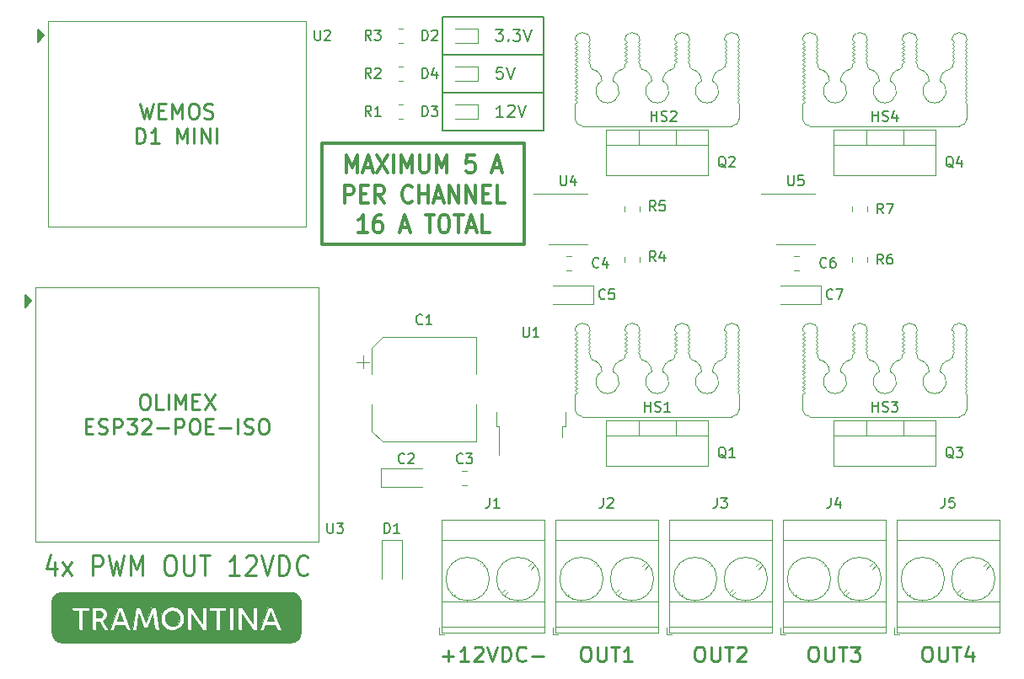
<source format=gbr>
G04 #@! TF.GenerationSoftware,KiCad,Pcbnew,(5.1.10)-1*
G04 #@! TF.CreationDate,2021-10-04T13:56:36-03:00*
G04 #@! TF.ProjectId,ESP-pwm_4ch,4553502d-7077-46d5-9f34-63682e6b6963,rev?*
G04 #@! TF.SameCoordinates,Original*
G04 #@! TF.FileFunction,Legend,Top*
G04 #@! TF.FilePolarity,Positive*
%FSLAX46Y46*%
G04 Gerber Fmt 4.6, Leading zero omitted, Abs format (unit mm)*
G04 Created by KiCad (PCBNEW (5.1.10)-1) date 2021-10-04 13:56:36*
%MOMM*%
%LPD*%
G01*
G04 APERTURE LIST*
%ADD10C,0.300000*%
%ADD11C,0.250000*%
%ADD12C,0.150000*%
%ADD13C,0.200000*%
%ADD14C,0.120000*%
%ADD15C,0.010000*%
%ADD16C,0.050000*%
G04 APERTURE END LIST*
D10*
X95885000Y-88265000D02*
X95885000Y-78105000D01*
X116205000Y-88265000D02*
X95885000Y-88265000D01*
X116205000Y-78105000D02*
X116205000Y-88265000D01*
X95885000Y-78105000D02*
X116205000Y-78105000D01*
X98349761Y-81126285D02*
X98349761Y-79326285D01*
X98883095Y-80612000D01*
X99416428Y-79326285D01*
X99416428Y-81126285D01*
X100102142Y-80612000D02*
X100864047Y-80612000D01*
X99949761Y-81126285D02*
X100483095Y-79326285D01*
X101016428Y-81126285D01*
X101397380Y-79326285D02*
X102464047Y-81126285D01*
X102464047Y-79326285D02*
X101397380Y-81126285D01*
X103073571Y-81126285D02*
X103073571Y-79326285D01*
X103835476Y-81126285D02*
X103835476Y-79326285D01*
X104368809Y-80612000D01*
X104902142Y-79326285D01*
X104902142Y-81126285D01*
X105664047Y-79326285D02*
X105664047Y-80783428D01*
X105740238Y-80954857D01*
X105816428Y-81040571D01*
X105968809Y-81126285D01*
X106273571Y-81126285D01*
X106425952Y-81040571D01*
X106502142Y-80954857D01*
X106578333Y-80783428D01*
X106578333Y-79326285D01*
X107340238Y-81126285D02*
X107340238Y-79326285D01*
X107873571Y-80612000D01*
X108406904Y-79326285D01*
X108406904Y-81126285D01*
X111149761Y-79326285D02*
X110387857Y-79326285D01*
X110311666Y-80183428D01*
X110387857Y-80097714D01*
X110540238Y-80012000D01*
X110921190Y-80012000D01*
X111073571Y-80097714D01*
X111149761Y-80183428D01*
X111225952Y-80354857D01*
X111225952Y-80783428D01*
X111149761Y-80954857D01*
X111073571Y-81040571D01*
X110921190Y-81126285D01*
X110540238Y-81126285D01*
X110387857Y-81040571D01*
X110311666Y-80954857D01*
X113054523Y-80612000D02*
X113816428Y-80612000D01*
X112902142Y-81126285D02*
X113435476Y-79326285D01*
X113968809Y-81126285D01*
X98121190Y-84126285D02*
X98121190Y-82326285D01*
X98730714Y-82326285D01*
X98883095Y-82412000D01*
X98959285Y-82497714D01*
X99035476Y-82669142D01*
X99035476Y-82926285D01*
X98959285Y-83097714D01*
X98883095Y-83183428D01*
X98730714Y-83269142D01*
X98121190Y-83269142D01*
X99721190Y-83183428D02*
X100254523Y-83183428D01*
X100483095Y-84126285D02*
X99721190Y-84126285D01*
X99721190Y-82326285D01*
X100483095Y-82326285D01*
X102083095Y-84126285D02*
X101549761Y-83269142D01*
X101168809Y-84126285D02*
X101168809Y-82326285D01*
X101778333Y-82326285D01*
X101930714Y-82412000D01*
X102006904Y-82497714D01*
X102083095Y-82669142D01*
X102083095Y-82926285D01*
X102006904Y-83097714D01*
X101930714Y-83183428D01*
X101778333Y-83269142D01*
X101168809Y-83269142D01*
X104902142Y-83954857D02*
X104825952Y-84040571D01*
X104597380Y-84126285D01*
X104445000Y-84126285D01*
X104216428Y-84040571D01*
X104064047Y-83869142D01*
X103987857Y-83697714D01*
X103911666Y-83354857D01*
X103911666Y-83097714D01*
X103987857Y-82754857D01*
X104064047Y-82583428D01*
X104216428Y-82412000D01*
X104445000Y-82326285D01*
X104597380Y-82326285D01*
X104825952Y-82412000D01*
X104902142Y-82497714D01*
X105587857Y-84126285D02*
X105587857Y-82326285D01*
X105587857Y-83183428D02*
X106502142Y-83183428D01*
X106502142Y-84126285D02*
X106502142Y-82326285D01*
X107187857Y-83612000D02*
X107949761Y-83612000D01*
X107035476Y-84126285D02*
X107568809Y-82326285D01*
X108102142Y-84126285D01*
X108635476Y-84126285D02*
X108635476Y-82326285D01*
X109549761Y-84126285D01*
X109549761Y-82326285D01*
X110311666Y-84126285D02*
X110311666Y-82326285D01*
X111225952Y-84126285D01*
X111225952Y-82326285D01*
X111987857Y-83183428D02*
X112521190Y-83183428D01*
X112749761Y-84126285D02*
X111987857Y-84126285D01*
X111987857Y-82326285D01*
X112749761Y-82326285D01*
X114197380Y-84126285D02*
X113435476Y-84126285D01*
X113435476Y-82326285D01*
X100445000Y-87126285D02*
X99530714Y-87126285D01*
X99987857Y-87126285D02*
X99987857Y-85326285D01*
X99835476Y-85583428D01*
X99683095Y-85754857D01*
X99530714Y-85840571D01*
X101816428Y-85326285D02*
X101511666Y-85326285D01*
X101359285Y-85412000D01*
X101283095Y-85497714D01*
X101130714Y-85754857D01*
X101054523Y-86097714D01*
X101054523Y-86783428D01*
X101130714Y-86954857D01*
X101206904Y-87040571D01*
X101359285Y-87126285D01*
X101664047Y-87126285D01*
X101816428Y-87040571D01*
X101892619Y-86954857D01*
X101968809Y-86783428D01*
X101968809Y-86354857D01*
X101892619Y-86183428D01*
X101816428Y-86097714D01*
X101664047Y-86012000D01*
X101359285Y-86012000D01*
X101206904Y-86097714D01*
X101130714Y-86183428D01*
X101054523Y-86354857D01*
X103797380Y-86612000D02*
X104559285Y-86612000D01*
X103645000Y-87126285D02*
X104178333Y-85326285D01*
X104711666Y-87126285D01*
X106235476Y-85326285D02*
X107149761Y-85326285D01*
X106692619Y-87126285D02*
X106692619Y-85326285D01*
X107987857Y-85326285D02*
X108292619Y-85326285D01*
X108445000Y-85412000D01*
X108597380Y-85583428D01*
X108673571Y-85926285D01*
X108673571Y-86526285D01*
X108597380Y-86869142D01*
X108445000Y-87040571D01*
X108292619Y-87126285D01*
X107987857Y-87126285D01*
X107835476Y-87040571D01*
X107683095Y-86869142D01*
X107606904Y-86526285D01*
X107606904Y-85926285D01*
X107683095Y-85583428D01*
X107835476Y-85412000D01*
X107987857Y-85326285D01*
X109130714Y-85326285D02*
X110045000Y-85326285D01*
X109587857Y-87126285D02*
X109587857Y-85326285D01*
X110502142Y-86612000D02*
X111264047Y-86612000D01*
X110349761Y-87126285D02*
X110883095Y-85326285D01*
X111416428Y-87126285D01*
X112711666Y-87126285D02*
X111949761Y-87126285D01*
X111949761Y-85326285D01*
D11*
X77922857Y-103338571D02*
X78208571Y-103338571D01*
X78351428Y-103410000D01*
X78494285Y-103552857D01*
X78565714Y-103838571D01*
X78565714Y-104338571D01*
X78494285Y-104624285D01*
X78351428Y-104767142D01*
X78208571Y-104838571D01*
X77922857Y-104838571D01*
X77780000Y-104767142D01*
X77637142Y-104624285D01*
X77565714Y-104338571D01*
X77565714Y-103838571D01*
X77637142Y-103552857D01*
X77780000Y-103410000D01*
X77922857Y-103338571D01*
X79922857Y-104838571D02*
X79208571Y-104838571D01*
X79208571Y-103338571D01*
X80422857Y-104838571D02*
X80422857Y-103338571D01*
X81137142Y-104838571D02*
X81137142Y-103338571D01*
X81637142Y-104410000D01*
X82137142Y-103338571D01*
X82137142Y-104838571D01*
X82851428Y-104052857D02*
X83351428Y-104052857D01*
X83565714Y-104838571D02*
X82851428Y-104838571D01*
X82851428Y-103338571D01*
X83565714Y-103338571D01*
X84065714Y-103338571D02*
X85065714Y-104838571D01*
X85065714Y-103338571D02*
X84065714Y-104838571D01*
X72137142Y-106552857D02*
X72637142Y-106552857D01*
X72851428Y-107338571D02*
X72137142Y-107338571D01*
X72137142Y-105838571D01*
X72851428Y-105838571D01*
X73422857Y-107267142D02*
X73637142Y-107338571D01*
X73994285Y-107338571D01*
X74137142Y-107267142D01*
X74208571Y-107195714D01*
X74280000Y-107052857D01*
X74280000Y-106910000D01*
X74208571Y-106767142D01*
X74137142Y-106695714D01*
X73994285Y-106624285D01*
X73708571Y-106552857D01*
X73565714Y-106481428D01*
X73494285Y-106410000D01*
X73422857Y-106267142D01*
X73422857Y-106124285D01*
X73494285Y-105981428D01*
X73565714Y-105910000D01*
X73708571Y-105838571D01*
X74065714Y-105838571D01*
X74280000Y-105910000D01*
X74922857Y-107338571D02*
X74922857Y-105838571D01*
X75494285Y-105838571D01*
X75637142Y-105910000D01*
X75708571Y-105981428D01*
X75780000Y-106124285D01*
X75780000Y-106338571D01*
X75708571Y-106481428D01*
X75637142Y-106552857D01*
X75494285Y-106624285D01*
X74922857Y-106624285D01*
X76280000Y-105838571D02*
X77208571Y-105838571D01*
X76708571Y-106410000D01*
X76922857Y-106410000D01*
X77065714Y-106481428D01*
X77137142Y-106552857D01*
X77208571Y-106695714D01*
X77208571Y-107052857D01*
X77137142Y-107195714D01*
X77065714Y-107267142D01*
X76922857Y-107338571D01*
X76494285Y-107338571D01*
X76351428Y-107267142D01*
X76280000Y-107195714D01*
X77780000Y-105981428D02*
X77851428Y-105910000D01*
X77994285Y-105838571D01*
X78351428Y-105838571D01*
X78494285Y-105910000D01*
X78565714Y-105981428D01*
X78637142Y-106124285D01*
X78637142Y-106267142D01*
X78565714Y-106481428D01*
X77708571Y-107338571D01*
X78637142Y-107338571D01*
X79280000Y-106767142D02*
X80422857Y-106767142D01*
X81137142Y-107338571D02*
X81137142Y-105838571D01*
X81708571Y-105838571D01*
X81851428Y-105910000D01*
X81922857Y-105981428D01*
X81994285Y-106124285D01*
X81994285Y-106338571D01*
X81922857Y-106481428D01*
X81851428Y-106552857D01*
X81708571Y-106624285D01*
X81137142Y-106624285D01*
X82922857Y-105838571D02*
X83208571Y-105838571D01*
X83351428Y-105910000D01*
X83494285Y-106052857D01*
X83565714Y-106338571D01*
X83565714Y-106838571D01*
X83494285Y-107124285D01*
X83351428Y-107267142D01*
X83208571Y-107338571D01*
X82922857Y-107338571D01*
X82780000Y-107267142D01*
X82637142Y-107124285D01*
X82565714Y-106838571D01*
X82565714Y-106338571D01*
X82637142Y-106052857D01*
X82780000Y-105910000D01*
X82922857Y-105838571D01*
X84208571Y-106552857D02*
X84708571Y-106552857D01*
X84922857Y-107338571D02*
X84208571Y-107338571D01*
X84208571Y-105838571D01*
X84922857Y-105838571D01*
X85565714Y-106767142D02*
X86708571Y-106767142D01*
X87422857Y-107338571D02*
X87422857Y-105838571D01*
X88065714Y-107267142D02*
X88280000Y-107338571D01*
X88637142Y-107338571D01*
X88780000Y-107267142D01*
X88851428Y-107195714D01*
X88922857Y-107052857D01*
X88922857Y-106910000D01*
X88851428Y-106767142D01*
X88780000Y-106695714D01*
X88637142Y-106624285D01*
X88351428Y-106552857D01*
X88208571Y-106481428D01*
X88137142Y-106410000D01*
X88065714Y-106267142D01*
X88065714Y-106124285D01*
X88137142Y-105981428D01*
X88208571Y-105910000D01*
X88351428Y-105838571D01*
X88708571Y-105838571D01*
X88922857Y-105910000D01*
X89851428Y-105838571D02*
X90137142Y-105838571D01*
X90280000Y-105910000D01*
X90422857Y-106052857D01*
X90494285Y-106338571D01*
X90494285Y-106838571D01*
X90422857Y-107124285D01*
X90280000Y-107267142D01*
X90137142Y-107338571D01*
X89851428Y-107338571D01*
X89708571Y-107267142D01*
X89565714Y-107124285D01*
X89494285Y-106838571D01*
X89494285Y-106338571D01*
X89565714Y-106052857D01*
X89708571Y-105910000D01*
X89851428Y-105838571D01*
X77601428Y-74128571D02*
X77958571Y-75628571D01*
X78244285Y-74557142D01*
X78530000Y-75628571D01*
X78887142Y-74128571D01*
X79458571Y-74842857D02*
X79958571Y-74842857D01*
X80172857Y-75628571D02*
X79458571Y-75628571D01*
X79458571Y-74128571D01*
X80172857Y-74128571D01*
X80815714Y-75628571D02*
X80815714Y-74128571D01*
X81315714Y-75200000D01*
X81815714Y-74128571D01*
X81815714Y-75628571D01*
X82815714Y-74128571D02*
X83101428Y-74128571D01*
X83244285Y-74200000D01*
X83387142Y-74342857D01*
X83458571Y-74628571D01*
X83458571Y-75128571D01*
X83387142Y-75414285D01*
X83244285Y-75557142D01*
X83101428Y-75628571D01*
X82815714Y-75628571D01*
X82672857Y-75557142D01*
X82530000Y-75414285D01*
X82458571Y-75128571D01*
X82458571Y-74628571D01*
X82530000Y-74342857D01*
X82672857Y-74200000D01*
X82815714Y-74128571D01*
X84030000Y-75557142D02*
X84244285Y-75628571D01*
X84601428Y-75628571D01*
X84744285Y-75557142D01*
X84815714Y-75485714D01*
X84887142Y-75342857D01*
X84887142Y-75200000D01*
X84815714Y-75057142D01*
X84744285Y-74985714D01*
X84601428Y-74914285D01*
X84315714Y-74842857D01*
X84172857Y-74771428D01*
X84101428Y-74700000D01*
X84030000Y-74557142D01*
X84030000Y-74414285D01*
X84101428Y-74271428D01*
X84172857Y-74200000D01*
X84315714Y-74128571D01*
X84672857Y-74128571D01*
X84887142Y-74200000D01*
X77244285Y-78128571D02*
X77244285Y-76628571D01*
X77601428Y-76628571D01*
X77815714Y-76700000D01*
X77958571Y-76842857D01*
X78030000Y-76985714D01*
X78101428Y-77271428D01*
X78101428Y-77485714D01*
X78030000Y-77771428D01*
X77958571Y-77914285D01*
X77815714Y-78057142D01*
X77601428Y-78128571D01*
X77244285Y-78128571D01*
X79530000Y-78128571D02*
X78672857Y-78128571D01*
X79101428Y-78128571D02*
X79101428Y-76628571D01*
X78958571Y-76842857D01*
X78815714Y-76985714D01*
X78672857Y-77057142D01*
X81315714Y-78128571D02*
X81315714Y-76628571D01*
X81815714Y-77700000D01*
X82315714Y-76628571D01*
X82315714Y-78128571D01*
X83030000Y-78128571D02*
X83030000Y-76628571D01*
X83744285Y-78128571D02*
X83744285Y-76628571D01*
X84601428Y-78128571D01*
X84601428Y-76628571D01*
X85315714Y-78128571D02*
X85315714Y-76628571D01*
D12*
X107950000Y-73025000D02*
X118110000Y-73025000D01*
X107950000Y-69215000D02*
X118110000Y-69215000D01*
X118110000Y-65405000D02*
X107950000Y-65405000D01*
X118110000Y-76835000D02*
X118110000Y-65405000D01*
X107950000Y-76835000D02*
X118110000Y-76835000D01*
X107950000Y-65405000D02*
X107950000Y-76835000D01*
D13*
X114074285Y-75472857D02*
X113388571Y-75472857D01*
X113731428Y-75472857D02*
X113731428Y-74272857D01*
X113617142Y-74444285D01*
X113502857Y-74558571D01*
X113388571Y-74615714D01*
X114531428Y-74387142D02*
X114588571Y-74330000D01*
X114702857Y-74272857D01*
X114988571Y-74272857D01*
X115102857Y-74330000D01*
X115160000Y-74387142D01*
X115217142Y-74501428D01*
X115217142Y-74615714D01*
X115160000Y-74787142D01*
X114474285Y-75472857D01*
X115217142Y-75472857D01*
X115560000Y-74272857D02*
X115960000Y-75472857D01*
X116360000Y-74272857D01*
X114017142Y-70462857D02*
X113445714Y-70462857D01*
X113388571Y-71034285D01*
X113445714Y-70977142D01*
X113560000Y-70920000D01*
X113845714Y-70920000D01*
X113960000Y-70977142D01*
X114017142Y-71034285D01*
X114074285Y-71148571D01*
X114074285Y-71434285D01*
X114017142Y-71548571D01*
X113960000Y-71605714D01*
X113845714Y-71662857D01*
X113560000Y-71662857D01*
X113445714Y-71605714D01*
X113388571Y-71548571D01*
X114417142Y-70462857D02*
X114817142Y-71662857D01*
X115217142Y-70462857D01*
X113331428Y-66652857D02*
X114074285Y-66652857D01*
X113674285Y-67110000D01*
X113845714Y-67110000D01*
X113960000Y-67167142D01*
X114017142Y-67224285D01*
X114074285Y-67338571D01*
X114074285Y-67624285D01*
X114017142Y-67738571D01*
X113960000Y-67795714D01*
X113845714Y-67852857D01*
X113502857Y-67852857D01*
X113388571Y-67795714D01*
X113331428Y-67738571D01*
X114588571Y-67738571D02*
X114645714Y-67795714D01*
X114588571Y-67852857D01*
X114531428Y-67795714D01*
X114588571Y-67738571D01*
X114588571Y-67852857D01*
X115045714Y-66652857D02*
X115788571Y-66652857D01*
X115388571Y-67110000D01*
X115560000Y-67110000D01*
X115674285Y-67167142D01*
X115731428Y-67224285D01*
X115788571Y-67338571D01*
X115788571Y-67624285D01*
X115731428Y-67738571D01*
X115674285Y-67795714D01*
X115560000Y-67852857D01*
X115217142Y-67852857D01*
X115102857Y-67795714D01*
X115045714Y-67738571D01*
X116131428Y-66652857D02*
X116531428Y-67852857D01*
X116931428Y-66652857D01*
D11*
X69022857Y-120221428D02*
X69022857Y-121554761D01*
X68594285Y-119459523D02*
X68165714Y-120888095D01*
X69279999Y-120888095D01*
X69794285Y-121554761D02*
X70737142Y-120221428D01*
X69794285Y-120221428D02*
X70737142Y-121554761D01*
X72794285Y-121554761D02*
X72794285Y-119554761D01*
X73479999Y-119554761D01*
X73651428Y-119650000D01*
X73737142Y-119745238D01*
X73822857Y-119935714D01*
X73822857Y-120221428D01*
X73737142Y-120411904D01*
X73651428Y-120507142D01*
X73479999Y-120602380D01*
X72794285Y-120602380D01*
X74422857Y-119554761D02*
X74851428Y-121554761D01*
X75194285Y-120126190D01*
X75537142Y-121554761D01*
X75965714Y-119554761D01*
X76651428Y-121554761D02*
X76651428Y-119554761D01*
X77251428Y-120983333D01*
X77851428Y-119554761D01*
X77851428Y-121554761D01*
X80422857Y-119554761D02*
X80765714Y-119554761D01*
X80937142Y-119650000D01*
X81108571Y-119840476D01*
X81194285Y-120221428D01*
X81194285Y-120888095D01*
X81108571Y-121269047D01*
X80937142Y-121459523D01*
X80765714Y-121554761D01*
X80422857Y-121554761D01*
X80251428Y-121459523D01*
X80079999Y-121269047D01*
X79994285Y-120888095D01*
X79994285Y-120221428D01*
X80079999Y-119840476D01*
X80251428Y-119650000D01*
X80422857Y-119554761D01*
X81965714Y-119554761D02*
X81965714Y-121173809D01*
X82051428Y-121364285D01*
X82137142Y-121459523D01*
X82308571Y-121554761D01*
X82651428Y-121554761D01*
X82822857Y-121459523D01*
X82908571Y-121364285D01*
X82994285Y-121173809D01*
X82994285Y-119554761D01*
X83594285Y-119554761D02*
X84622857Y-119554761D01*
X84108571Y-121554761D02*
X84108571Y-119554761D01*
X87537142Y-121554761D02*
X86508571Y-121554761D01*
X87022857Y-121554761D02*
X87022857Y-119554761D01*
X86851428Y-119840476D01*
X86679999Y-120030952D01*
X86508571Y-120126190D01*
X88222857Y-119745238D02*
X88308571Y-119650000D01*
X88479999Y-119554761D01*
X88908571Y-119554761D01*
X89079999Y-119650000D01*
X89165714Y-119745238D01*
X89251428Y-119935714D01*
X89251428Y-120126190D01*
X89165714Y-120411904D01*
X88137142Y-121554761D01*
X89251428Y-121554761D01*
X89765714Y-119554761D02*
X90365714Y-121554761D01*
X90965714Y-119554761D01*
X91565714Y-121554761D02*
X91565714Y-119554761D01*
X91994285Y-119554761D01*
X92251428Y-119650000D01*
X92422857Y-119840476D01*
X92508571Y-120030952D01*
X92594285Y-120411904D01*
X92594285Y-120697619D01*
X92508571Y-121078571D01*
X92422857Y-121269047D01*
X92251428Y-121459523D01*
X91994285Y-121554761D01*
X91565714Y-121554761D01*
X94394285Y-121364285D02*
X94308571Y-121459523D01*
X94051428Y-121554761D01*
X93879999Y-121554761D01*
X93622857Y-121459523D01*
X93451428Y-121269047D01*
X93365714Y-121078571D01*
X93279999Y-120697619D01*
X93279999Y-120411904D01*
X93365714Y-120030952D01*
X93451428Y-119840476D01*
X93622857Y-119650000D01*
X93879999Y-119554761D01*
X94051428Y-119554761D01*
X94308571Y-119650000D01*
X94394285Y-119745238D01*
X156535714Y-128718571D02*
X156821428Y-128718571D01*
X156964285Y-128790000D01*
X157107142Y-128932857D01*
X157178571Y-129218571D01*
X157178571Y-129718571D01*
X157107142Y-130004285D01*
X156964285Y-130147142D01*
X156821428Y-130218571D01*
X156535714Y-130218571D01*
X156392857Y-130147142D01*
X156250000Y-130004285D01*
X156178571Y-129718571D01*
X156178571Y-129218571D01*
X156250000Y-128932857D01*
X156392857Y-128790000D01*
X156535714Y-128718571D01*
X157821428Y-128718571D02*
X157821428Y-129932857D01*
X157892857Y-130075714D01*
X157964285Y-130147142D01*
X158107142Y-130218571D01*
X158392857Y-130218571D01*
X158535714Y-130147142D01*
X158607142Y-130075714D01*
X158678571Y-129932857D01*
X158678571Y-128718571D01*
X159178571Y-128718571D02*
X160035714Y-128718571D01*
X159607142Y-130218571D02*
X159607142Y-128718571D01*
X161178571Y-129218571D02*
X161178571Y-130218571D01*
X160821428Y-128647142D02*
X160464285Y-129718571D01*
X161392857Y-129718571D01*
X133675714Y-128718571D02*
X133961428Y-128718571D01*
X134104285Y-128790000D01*
X134247142Y-128932857D01*
X134318571Y-129218571D01*
X134318571Y-129718571D01*
X134247142Y-130004285D01*
X134104285Y-130147142D01*
X133961428Y-130218571D01*
X133675714Y-130218571D01*
X133532857Y-130147142D01*
X133390000Y-130004285D01*
X133318571Y-129718571D01*
X133318571Y-129218571D01*
X133390000Y-128932857D01*
X133532857Y-128790000D01*
X133675714Y-128718571D01*
X134961428Y-128718571D02*
X134961428Y-129932857D01*
X135032857Y-130075714D01*
X135104285Y-130147142D01*
X135247142Y-130218571D01*
X135532857Y-130218571D01*
X135675714Y-130147142D01*
X135747142Y-130075714D01*
X135818571Y-129932857D01*
X135818571Y-128718571D01*
X136318571Y-128718571D02*
X137175714Y-128718571D01*
X136747142Y-130218571D02*
X136747142Y-128718571D01*
X137604285Y-128861428D02*
X137675714Y-128790000D01*
X137818571Y-128718571D01*
X138175714Y-128718571D01*
X138318571Y-128790000D01*
X138390000Y-128861428D01*
X138461428Y-129004285D01*
X138461428Y-129147142D01*
X138390000Y-129361428D01*
X137532857Y-130218571D01*
X138461428Y-130218571D01*
X145105714Y-128718571D02*
X145391428Y-128718571D01*
X145534285Y-128790000D01*
X145677142Y-128932857D01*
X145748571Y-129218571D01*
X145748571Y-129718571D01*
X145677142Y-130004285D01*
X145534285Y-130147142D01*
X145391428Y-130218571D01*
X145105714Y-130218571D01*
X144962857Y-130147142D01*
X144820000Y-130004285D01*
X144748571Y-129718571D01*
X144748571Y-129218571D01*
X144820000Y-128932857D01*
X144962857Y-128790000D01*
X145105714Y-128718571D01*
X146391428Y-128718571D02*
X146391428Y-129932857D01*
X146462857Y-130075714D01*
X146534285Y-130147142D01*
X146677142Y-130218571D01*
X146962857Y-130218571D01*
X147105714Y-130147142D01*
X147177142Y-130075714D01*
X147248571Y-129932857D01*
X147248571Y-128718571D01*
X147748571Y-128718571D02*
X148605714Y-128718571D01*
X148177142Y-130218571D02*
X148177142Y-128718571D01*
X148962857Y-128718571D02*
X149891428Y-128718571D01*
X149391428Y-129290000D01*
X149605714Y-129290000D01*
X149748571Y-129361428D01*
X149820000Y-129432857D01*
X149891428Y-129575714D01*
X149891428Y-129932857D01*
X149820000Y-130075714D01*
X149748571Y-130147142D01*
X149605714Y-130218571D01*
X149177142Y-130218571D01*
X149034285Y-130147142D01*
X148962857Y-130075714D01*
X122245714Y-128718571D02*
X122531428Y-128718571D01*
X122674285Y-128790000D01*
X122817142Y-128932857D01*
X122888571Y-129218571D01*
X122888571Y-129718571D01*
X122817142Y-130004285D01*
X122674285Y-130147142D01*
X122531428Y-130218571D01*
X122245714Y-130218571D01*
X122102857Y-130147142D01*
X121960000Y-130004285D01*
X121888571Y-129718571D01*
X121888571Y-129218571D01*
X121960000Y-128932857D01*
X122102857Y-128790000D01*
X122245714Y-128718571D01*
X123531428Y-128718571D02*
X123531428Y-129932857D01*
X123602857Y-130075714D01*
X123674285Y-130147142D01*
X123817142Y-130218571D01*
X124102857Y-130218571D01*
X124245714Y-130147142D01*
X124317142Y-130075714D01*
X124388571Y-129932857D01*
X124388571Y-128718571D01*
X124888571Y-128718571D02*
X125745714Y-128718571D01*
X125317142Y-130218571D02*
X125317142Y-128718571D01*
X127031428Y-130218571D02*
X126174285Y-130218571D01*
X126602857Y-130218571D02*
X126602857Y-128718571D01*
X126460000Y-128932857D01*
X126317142Y-129075714D01*
X126174285Y-129147142D01*
X107958571Y-129647142D02*
X109101428Y-129647142D01*
X108530000Y-130218571D02*
X108530000Y-129075714D01*
X110601428Y-130218571D02*
X109744285Y-130218571D01*
X110172857Y-130218571D02*
X110172857Y-128718571D01*
X110030000Y-128932857D01*
X109887142Y-129075714D01*
X109744285Y-129147142D01*
X111172857Y-128861428D02*
X111244285Y-128790000D01*
X111387142Y-128718571D01*
X111744285Y-128718571D01*
X111887142Y-128790000D01*
X111958571Y-128861428D01*
X112030000Y-129004285D01*
X112030000Y-129147142D01*
X111958571Y-129361428D01*
X111101428Y-130218571D01*
X112030000Y-130218571D01*
X112458571Y-128718571D02*
X112958571Y-130218571D01*
X113458571Y-128718571D01*
X113958571Y-130218571D02*
X113958571Y-128718571D01*
X114315714Y-128718571D01*
X114530000Y-128790000D01*
X114672857Y-128932857D01*
X114744285Y-129075714D01*
X114815714Y-129361428D01*
X114815714Y-129575714D01*
X114744285Y-129861428D01*
X114672857Y-130004285D01*
X114530000Y-130147142D01*
X114315714Y-130218571D01*
X113958571Y-130218571D01*
X116315714Y-130075714D02*
X116244285Y-130147142D01*
X116030000Y-130218571D01*
X115887142Y-130218571D01*
X115672857Y-130147142D01*
X115530000Y-130004285D01*
X115458571Y-129861428D01*
X115387142Y-129575714D01*
X115387142Y-129361428D01*
X115458571Y-129075714D01*
X115530000Y-128932857D01*
X115672857Y-128790000D01*
X115887142Y-128718571D01*
X116030000Y-128718571D01*
X116244285Y-128790000D01*
X116315714Y-128861428D01*
X116958571Y-129647142D02*
X118101428Y-129647142D01*
D14*
G04 #@! TO.C,C3*
X110431252Y-112495000D02*
X109908748Y-112495000D01*
X110431252Y-111025000D02*
X109908748Y-111025000D01*
G04 #@! TO.C,C6*
X143771252Y-90905000D02*
X143248748Y-90905000D01*
X143771252Y-89435000D02*
X143248748Y-89435000D01*
G04 #@! TO.C,C4*
X120911252Y-90905000D02*
X120388748Y-90905000D01*
X120911252Y-89435000D02*
X120388748Y-89435000D01*
G04 #@! TO.C,R7*
X150595000Y-84505436D02*
X150595000Y-84959564D01*
X149125000Y-84505436D02*
X149125000Y-84959564D01*
G04 #@! TO.C,R5*
X127735000Y-84505436D02*
X127735000Y-84959564D01*
X126265000Y-84505436D02*
X126265000Y-84959564D01*
G04 #@! TO.C,R6*
X149125000Y-90039564D02*
X149125000Y-89585436D01*
X150595000Y-90039564D02*
X150595000Y-89585436D01*
G04 #@! TO.C,R4*
X126265000Y-90039564D02*
X126265000Y-89585436D01*
X127735000Y-90039564D02*
X127735000Y-89585436D01*
G04 #@! TO.C,D1*
X103870000Y-118020000D02*
X101870000Y-118020000D01*
X101870000Y-118020000D02*
X101870000Y-121920000D01*
X103870000Y-118020000D02*
X103870000Y-121920000D01*
G04 #@! TO.C,D4*
X111492500Y-70385000D02*
X109207500Y-70385000D01*
X111492500Y-71855000D02*
X111492500Y-70385000D01*
X109207500Y-71855000D02*
X111492500Y-71855000D01*
G04 #@! TO.C,D3*
X111492500Y-74195000D02*
X109207500Y-74195000D01*
X111492500Y-75665000D02*
X111492500Y-74195000D01*
X109207500Y-75665000D02*
X111492500Y-75665000D01*
G04 #@! TO.C,D2*
X111492500Y-66575000D02*
X109207500Y-66575000D01*
X111492500Y-68045000D02*
X111492500Y-66575000D01*
X109207500Y-68045000D02*
X111492500Y-68045000D01*
G04 #@! TO.C,R3*
X103555436Y-66575000D02*
X104009564Y-66575000D01*
X103555436Y-68045000D02*
X104009564Y-68045000D01*
G04 #@! TO.C,R2*
X103555436Y-70385000D02*
X104009564Y-70385000D01*
X103555436Y-71855000D02*
X104009564Y-71855000D01*
G04 #@! TO.C,R1*
X103555436Y-74195000D02*
X104009564Y-74195000D01*
X103555436Y-75665000D02*
X104009564Y-75665000D01*
D15*
G04 #@! TO.C,REF\u002A\u002A*
G36*
X81080000Y-125180000D02*
G01*
X81310000Y-125320000D01*
X81460000Y-125530000D01*
X81540000Y-125730000D01*
X81550000Y-125980000D01*
X81480000Y-126230000D01*
X81340000Y-126430000D01*
X81110000Y-126600000D01*
X80850000Y-126650000D01*
X80640000Y-126620000D01*
X80400000Y-126500000D01*
X80200000Y-126270000D01*
X80110000Y-125990000D01*
X80130000Y-125680000D01*
X80230000Y-125450000D01*
X80420000Y-125250000D01*
X80630000Y-125160000D01*
X80826000Y-125136600D01*
X81080000Y-125180000D01*
G37*
X81080000Y-125180000D02*
X81310000Y-125320000D01*
X81460000Y-125530000D01*
X81540000Y-125730000D01*
X81550000Y-125980000D01*
X81480000Y-126230000D01*
X81340000Y-126430000D01*
X81110000Y-126600000D01*
X80850000Y-126650000D01*
X80640000Y-126620000D01*
X80400000Y-126500000D01*
X80200000Y-126270000D01*
X80110000Y-125990000D01*
X80130000Y-125680000D01*
X80230000Y-125450000D01*
X80420000Y-125250000D01*
X80630000Y-125160000D01*
X80826000Y-125136600D01*
X81080000Y-125180000D01*
G36*
X73690000Y-125190000D02*
G01*
X73800000Y-125320000D01*
X73820000Y-125500000D01*
X73780000Y-125660000D01*
X73630000Y-125780000D01*
X73520000Y-125790000D01*
X73180000Y-125790000D01*
X73180000Y-125140000D01*
X73550000Y-125140000D01*
X73690000Y-125190000D01*
G37*
X73690000Y-125190000D02*
X73800000Y-125320000D01*
X73820000Y-125500000D01*
X73780000Y-125660000D01*
X73630000Y-125780000D01*
X73520000Y-125790000D01*
X73180000Y-125790000D01*
X73180000Y-125140000D01*
X73550000Y-125140000D01*
X73690000Y-125190000D01*
G36*
X90990000Y-126130000D02*
G01*
X90360000Y-126130000D01*
X90670000Y-125260000D01*
X90990000Y-126130000D01*
G37*
X90990000Y-126130000D02*
X90360000Y-126130000D01*
X90670000Y-125260000D01*
X90990000Y-126130000D01*
G36*
X75890000Y-126120000D02*
G01*
X75260000Y-126120000D01*
X75570000Y-125250000D01*
X75890000Y-126120000D01*
G37*
X75890000Y-126120000D02*
X75260000Y-126120000D01*
X75570000Y-125250000D01*
X75890000Y-126120000D01*
G36*
X78160000Y-126280000D02*
G01*
X77560000Y-124710000D01*
X78770000Y-124710000D01*
X78160000Y-126280000D01*
G37*
X78160000Y-126280000D02*
X77560000Y-124710000D01*
X78770000Y-124710000D01*
X78160000Y-126280000D01*
G36*
X83830000Y-124730000D02*
G01*
X83820000Y-126330000D01*
X82730000Y-124730000D01*
X83830000Y-124730000D01*
G37*
X83830000Y-124730000D02*
X83820000Y-126330000D01*
X82730000Y-124730000D01*
X83830000Y-124730000D01*
G36*
X88930000Y-124730000D02*
G01*
X88920000Y-126330000D01*
X87830000Y-124730000D01*
X88930000Y-124730000D01*
G37*
X88930000Y-124730000D02*
X88920000Y-126330000D01*
X87830000Y-124730000D01*
X88930000Y-124730000D01*
G36*
X91080000Y-124730000D02*
G01*
X81200000Y-124740000D01*
X80832600Y-124700900D01*
X80480000Y-124730000D01*
X70680000Y-124730000D01*
X70680000Y-124430000D01*
X68710000Y-124430000D01*
X68740000Y-124030000D01*
X91080000Y-124030000D01*
X91080000Y-124730000D01*
G37*
X91080000Y-124730000D02*
X81200000Y-124740000D01*
X80832600Y-124700900D01*
X80480000Y-124730000D01*
X70680000Y-124730000D01*
X70680000Y-124430000D01*
X68710000Y-124430000D01*
X68740000Y-124030000D01*
X91080000Y-124030000D01*
X91080000Y-124730000D01*
G36*
X92890000Y-123240000D02*
G01*
X93210000Y-123360000D01*
X93460000Y-123550000D01*
X93630000Y-123840000D01*
X93700000Y-124100000D01*
X93712600Y-124309500D01*
X93712600Y-127207900D01*
X93670000Y-127560000D01*
X93530000Y-127880000D01*
X93240000Y-128150000D01*
X92940000Y-128270000D01*
X92618300Y-128302300D01*
X69806900Y-128302300D01*
X69460000Y-128260000D01*
X69180000Y-128140000D01*
X68900000Y-127880000D01*
X68740000Y-127510000D01*
X68712600Y-127207900D01*
X68712600Y-124309500D01*
X70750000Y-124310000D01*
X70750000Y-125020000D01*
X70800000Y-125120000D01*
X70960000Y-125160000D01*
X71390000Y-125160000D01*
X71390000Y-126910000D01*
X71430000Y-127010000D01*
X71540000Y-127040000D01*
X71840000Y-127040000D01*
X71840000Y-125150000D01*
X72470000Y-125150000D01*
X72470000Y-124730000D01*
X72750000Y-124730000D01*
X72750000Y-126940000D01*
X72820000Y-127020000D01*
X72919300Y-127036200D01*
X73173800Y-127036200D01*
X73173800Y-126189800D01*
X73469600Y-126189800D01*
X73900000Y-127000000D01*
X74010000Y-127040000D01*
X74398700Y-127036200D01*
X73880000Y-126110000D01*
X74120000Y-125930000D01*
X74250000Y-125630000D01*
X74260000Y-125310000D01*
X74080000Y-124940000D01*
X73810000Y-124790000D01*
X73600000Y-124740000D01*
X75370000Y-124740000D01*
X74480000Y-127040000D01*
X74930000Y-127030000D01*
X75110000Y-126530000D01*
X76036900Y-126530300D01*
X76220000Y-126980000D01*
X76310000Y-127040000D01*
X76670000Y-127030000D01*
X75780000Y-124630000D01*
X77180000Y-124630000D01*
X76804300Y-127036200D01*
X77236900Y-127036200D01*
X77440000Y-125480000D01*
X77940000Y-126730000D01*
X78020000Y-126830000D01*
X78130000Y-126850000D01*
X78340900Y-126845200D01*
X78850000Y-125500000D01*
X79050000Y-126910000D01*
X79120000Y-127000000D01*
X79240000Y-127040000D01*
X79510000Y-127040000D01*
X79155500Y-124690000D01*
X80570000Y-124700000D01*
X80180000Y-124890000D01*
X79890000Y-125160000D01*
X79700000Y-125480000D01*
X79640000Y-125950000D01*
X79680000Y-126280000D01*
X79860000Y-126580000D01*
X80120000Y-126870000D01*
X80550000Y-127060000D01*
X81030000Y-127060000D01*
X81410000Y-126930000D01*
X81700000Y-126700000D01*
X81940000Y-126330000D01*
X82030000Y-125800000D01*
X81890000Y-125340000D01*
X81640000Y-125000000D01*
X81180000Y-124730000D01*
X82305500Y-124742100D01*
X82310000Y-126870000D01*
X82340000Y-127000000D01*
X82430000Y-127030000D01*
X82720000Y-127030000D01*
X82720000Y-125460000D01*
X83810000Y-126990000D01*
X83930000Y-127040000D01*
X84230000Y-127030000D01*
X84230000Y-124710000D01*
X84520000Y-124710000D01*
X84520000Y-125060000D01*
X84580000Y-125130000D01*
X84710000Y-125150000D01*
X85150000Y-125150000D01*
X85150000Y-126930000D01*
X85180000Y-126990000D01*
X85240000Y-127020000D01*
X85318800Y-127036200D01*
X85600000Y-127030000D01*
X85600000Y-125150000D01*
X86230000Y-125150000D01*
X86228900Y-124742100D01*
X86521800Y-124742100D01*
X86530000Y-126920000D01*
X86570000Y-127000000D01*
X86650000Y-127030000D01*
X86970000Y-127030000D01*
X86970000Y-124740000D01*
X87409500Y-124742100D01*
X87410000Y-126930000D01*
X87470000Y-127020000D01*
X87590000Y-127040000D01*
X87826000Y-127036200D01*
X87830000Y-125450000D01*
X88860000Y-126930000D01*
X89010000Y-127020000D01*
X89110000Y-127040000D01*
X89350000Y-127030000D01*
X89350000Y-124700000D01*
X90470000Y-124700000D01*
X89590000Y-127030000D01*
X90030000Y-127030000D01*
X90220000Y-126520000D01*
X91140000Y-126540000D01*
X91300000Y-126950000D01*
X91370000Y-127010000D01*
X91480000Y-127040000D01*
X91784200Y-127036200D01*
X90900000Y-124750000D01*
X90900000Y-124110000D01*
X68720000Y-124090000D01*
X68890000Y-123650000D01*
X69170000Y-123380000D01*
X69570000Y-123220000D01*
X69806900Y-123214900D01*
X92618300Y-123214900D01*
X92890000Y-123240000D01*
G37*
X92890000Y-123240000D02*
X93210000Y-123360000D01*
X93460000Y-123550000D01*
X93630000Y-123840000D01*
X93700000Y-124100000D01*
X93712600Y-124309500D01*
X93712600Y-127207900D01*
X93670000Y-127560000D01*
X93530000Y-127880000D01*
X93240000Y-128150000D01*
X92940000Y-128270000D01*
X92618300Y-128302300D01*
X69806900Y-128302300D01*
X69460000Y-128260000D01*
X69180000Y-128140000D01*
X68900000Y-127880000D01*
X68740000Y-127510000D01*
X68712600Y-127207900D01*
X68712600Y-124309500D01*
X70750000Y-124310000D01*
X70750000Y-125020000D01*
X70800000Y-125120000D01*
X70960000Y-125160000D01*
X71390000Y-125160000D01*
X71390000Y-126910000D01*
X71430000Y-127010000D01*
X71540000Y-127040000D01*
X71840000Y-127040000D01*
X71840000Y-125150000D01*
X72470000Y-125150000D01*
X72470000Y-124730000D01*
X72750000Y-124730000D01*
X72750000Y-126940000D01*
X72820000Y-127020000D01*
X72919300Y-127036200D01*
X73173800Y-127036200D01*
X73173800Y-126189800D01*
X73469600Y-126189800D01*
X73900000Y-127000000D01*
X74010000Y-127040000D01*
X74398700Y-127036200D01*
X73880000Y-126110000D01*
X74120000Y-125930000D01*
X74250000Y-125630000D01*
X74260000Y-125310000D01*
X74080000Y-124940000D01*
X73810000Y-124790000D01*
X73600000Y-124740000D01*
X75370000Y-124740000D01*
X74480000Y-127040000D01*
X74930000Y-127030000D01*
X75110000Y-126530000D01*
X76036900Y-126530300D01*
X76220000Y-126980000D01*
X76310000Y-127040000D01*
X76670000Y-127030000D01*
X75780000Y-124630000D01*
X77180000Y-124630000D01*
X76804300Y-127036200D01*
X77236900Y-127036200D01*
X77440000Y-125480000D01*
X77940000Y-126730000D01*
X78020000Y-126830000D01*
X78130000Y-126850000D01*
X78340900Y-126845200D01*
X78850000Y-125500000D01*
X79050000Y-126910000D01*
X79120000Y-127000000D01*
X79240000Y-127040000D01*
X79510000Y-127040000D01*
X79155500Y-124690000D01*
X80570000Y-124700000D01*
X80180000Y-124890000D01*
X79890000Y-125160000D01*
X79700000Y-125480000D01*
X79640000Y-125950000D01*
X79680000Y-126280000D01*
X79860000Y-126580000D01*
X80120000Y-126870000D01*
X80550000Y-127060000D01*
X81030000Y-127060000D01*
X81410000Y-126930000D01*
X81700000Y-126700000D01*
X81940000Y-126330000D01*
X82030000Y-125800000D01*
X81890000Y-125340000D01*
X81640000Y-125000000D01*
X81180000Y-124730000D01*
X82305500Y-124742100D01*
X82310000Y-126870000D01*
X82340000Y-127000000D01*
X82430000Y-127030000D01*
X82720000Y-127030000D01*
X82720000Y-125460000D01*
X83810000Y-126990000D01*
X83930000Y-127040000D01*
X84230000Y-127030000D01*
X84230000Y-124710000D01*
X84520000Y-124710000D01*
X84520000Y-125060000D01*
X84580000Y-125130000D01*
X84710000Y-125150000D01*
X85150000Y-125150000D01*
X85150000Y-126930000D01*
X85180000Y-126990000D01*
X85240000Y-127020000D01*
X85318800Y-127036200D01*
X85600000Y-127030000D01*
X85600000Y-125150000D01*
X86230000Y-125150000D01*
X86228900Y-124742100D01*
X86521800Y-124742100D01*
X86530000Y-126920000D01*
X86570000Y-127000000D01*
X86650000Y-127030000D01*
X86970000Y-127030000D01*
X86970000Y-124740000D01*
X87409500Y-124742100D01*
X87410000Y-126930000D01*
X87470000Y-127020000D01*
X87590000Y-127040000D01*
X87826000Y-127036200D01*
X87830000Y-125450000D01*
X88860000Y-126930000D01*
X89010000Y-127020000D01*
X89110000Y-127040000D01*
X89350000Y-127030000D01*
X89350000Y-124700000D01*
X90470000Y-124700000D01*
X89590000Y-127030000D01*
X90030000Y-127030000D01*
X90220000Y-126520000D01*
X91140000Y-126540000D01*
X91300000Y-126950000D01*
X91370000Y-127010000D01*
X91480000Y-127040000D01*
X91784200Y-127036200D01*
X90900000Y-124750000D01*
X90900000Y-124110000D01*
X68720000Y-124090000D01*
X68890000Y-123650000D01*
X69170000Y-123380000D01*
X69570000Y-123220000D01*
X69806900Y-123214900D01*
X92618300Y-123214900D01*
X92890000Y-123240000D01*
D16*
X80826000Y-125136600D02*
X80899664Y-125140525D01*
X80899664Y-125140525D02*
X80971239Y-125152039D01*
X80971239Y-125152039D02*
X81040357Y-125170750D01*
X81040357Y-125170750D02*
X81106650Y-125196268D01*
X81106650Y-125196268D02*
X81169750Y-125228201D01*
X81169750Y-125228201D02*
X81229291Y-125266157D01*
X81229291Y-125266157D02*
X81284905Y-125309746D01*
X81284905Y-125309746D02*
X81336225Y-125358575D01*
X81336225Y-125358575D02*
X81382882Y-125412253D01*
X81382882Y-125412253D02*
X81424511Y-125470389D01*
X81424511Y-125470389D02*
X81460744Y-125532591D01*
X81460744Y-125532591D02*
X81491212Y-125598468D01*
X81491212Y-125598468D02*
X81515549Y-125667629D01*
X81515549Y-125667629D02*
X81533388Y-125739682D01*
X81533388Y-125739682D02*
X81544360Y-125814236D01*
X81544360Y-125814236D02*
X81548100Y-125890900D01*
X71385400Y-126860900D02*
X71389399Y-126912914D01*
X71389399Y-126912914D02*
X71405055Y-126962717D01*
X71405055Y-126962717D02*
X71438965Y-127004110D01*
X71438965Y-127004110D02*
X71490531Y-127028320D01*
X71490531Y-127028320D02*
X71549425Y-127036041D01*
X71549425Y-127036041D02*
X71560600Y-127036200D01*
X84510500Y-124742100D02*
X84510500Y-124977700D01*
X85143600Y-125152300D02*
X85143600Y-126860900D01*
X84510500Y-124977700D02*
X84514498Y-125029368D01*
X84514498Y-125029368D02*
X84530147Y-125078926D01*
X84530147Y-125078926D02*
X84564030Y-125120204D01*
X84564030Y-125120204D02*
X84615535Y-125144404D01*
X84615535Y-125144404D02*
X84674343Y-125152141D01*
X84674343Y-125152141D02*
X84685500Y-125152300D01*
X86228900Y-125152300D02*
X86228900Y-124742100D01*
X89585200Y-127036200D02*
X90034200Y-127036200D01*
X76036900Y-126530300D02*
X76164500Y-126880300D01*
X69806900Y-128302300D02*
X69745569Y-128301040D01*
X69745569Y-128301040D02*
X69685615Y-128297285D01*
X69685615Y-128297285D02*
X69627074Y-128291073D01*
X69627074Y-128291073D02*
X69569985Y-128282439D01*
X69569985Y-128282439D02*
X69514384Y-128271422D01*
X69514384Y-128271422D02*
X69460309Y-128258057D01*
X69460309Y-128258057D02*
X69407798Y-128242383D01*
X69407798Y-128242383D02*
X69356887Y-128224435D01*
X69356887Y-128224435D02*
X69307615Y-128204252D01*
X69307615Y-128204252D02*
X69260018Y-128181869D01*
X69260018Y-128181869D02*
X69214135Y-128157324D01*
X69214135Y-128157324D02*
X69170002Y-128130654D01*
X69170002Y-128130654D02*
X69127657Y-128101896D01*
X69127657Y-128101896D02*
X69087137Y-128071087D01*
X69087137Y-128071087D02*
X69048481Y-128038263D01*
X69048481Y-128038263D02*
X69011725Y-128003462D01*
X69011725Y-128003462D02*
X68976906Y-127966721D01*
X68976906Y-127966721D02*
X68944062Y-127928076D01*
X68944062Y-127928076D02*
X68913231Y-127887565D01*
X68913231Y-127887565D02*
X68884450Y-127845224D01*
X68884450Y-127845224D02*
X68857757Y-127801091D01*
X68857757Y-127801091D02*
X68833188Y-127755203D01*
X68833188Y-127755203D02*
X68810781Y-127707596D01*
X68810781Y-127707596D02*
X68790575Y-127658307D01*
X68790575Y-127658307D02*
X68772605Y-127607374D01*
X68772605Y-127607374D02*
X68756910Y-127554833D01*
X68756910Y-127554833D02*
X68743526Y-127500722D01*
X68743526Y-127500722D02*
X68732492Y-127445077D01*
X68732492Y-127445077D02*
X68723845Y-127387935D01*
X68723845Y-127387935D02*
X68717623Y-127329334D01*
X68717623Y-127329334D02*
X68713862Y-127269310D01*
X68713862Y-127269310D02*
X68712600Y-127207900D01*
X73472900Y-125799000D02*
X73173800Y-125799000D01*
X74930000Y-127036200D02*
X75108000Y-126530300D01*
X71385400Y-125152300D02*
X71385400Y-126860900D01*
X81548100Y-125890900D02*
X81544360Y-125967439D01*
X81544360Y-125967439D02*
X81533388Y-126041814D01*
X81533388Y-126041814D02*
X81515549Y-126113643D01*
X81515549Y-126113643D02*
X81491212Y-126182542D01*
X81491212Y-126182542D02*
X81460744Y-126248128D01*
X81460744Y-126248128D02*
X81424511Y-126310020D01*
X81424511Y-126310020D02*
X81382882Y-126367834D01*
X81382882Y-126367834D02*
X81336225Y-126421187D01*
X81336225Y-126421187D02*
X81284905Y-126469697D01*
X81284905Y-126469697D02*
X81229291Y-126512981D01*
X81229291Y-126512981D02*
X81169750Y-126550655D01*
X81169750Y-126550655D02*
X81106650Y-126582339D01*
X81106650Y-126582339D02*
X81040357Y-126607647D01*
X81040357Y-126607647D02*
X80971239Y-126626199D01*
X80971239Y-126626199D02*
X80899664Y-126637611D01*
X80899664Y-126637611D02*
X80826000Y-126641500D01*
X84685500Y-125152300D02*
X85143600Y-125152300D01*
X85143600Y-126860900D02*
X85147611Y-126912914D01*
X85147611Y-126912914D02*
X85163302Y-126962717D01*
X85163302Y-126962717D02*
X85197248Y-127004110D01*
X85197248Y-127004110D02*
X85248811Y-127028320D01*
X85248811Y-127028320D02*
X85307642Y-127036041D01*
X85307642Y-127036041D02*
X85318800Y-127036200D01*
X91269000Y-126880300D02*
X91293196Y-126933603D01*
X91293196Y-126933603D02*
X91323353Y-126975682D01*
X91323353Y-126975682D02*
X91366929Y-127010725D01*
X91366929Y-127010725D02*
X91420519Y-127030793D01*
X91420519Y-127030793D02*
X91475200Y-127036200D01*
X93712600Y-127207900D02*
X93711337Y-127269310D01*
X93711337Y-127269310D02*
X93707573Y-127329334D01*
X93707573Y-127329334D02*
X93701346Y-127387935D01*
X93701346Y-127387935D02*
X93692694Y-127445077D01*
X93692694Y-127445077D02*
X93681654Y-127500722D01*
X93681654Y-127500722D02*
X93668264Y-127554833D01*
X93668264Y-127554833D02*
X93652561Y-127607374D01*
X93652561Y-127607374D02*
X93634582Y-127658307D01*
X93634582Y-127658307D02*
X93614366Y-127707596D01*
X93614366Y-127707596D02*
X93591951Y-127755203D01*
X93591951Y-127755203D02*
X93567373Y-127801091D01*
X93567373Y-127801091D02*
X93540670Y-127845224D01*
X93540670Y-127845224D02*
X93511880Y-127887565D01*
X93511880Y-127887565D02*
X93481040Y-127928076D01*
X93481040Y-127928076D02*
X93448188Y-127966721D01*
X93448188Y-127966721D02*
X93413362Y-128003462D01*
X93413362Y-128003462D02*
X93376599Y-128038263D01*
X93376599Y-128038263D02*
X93337937Y-128071087D01*
X93337937Y-128071087D02*
X93297413Y-128101896D01*
X93297413Y-128101896D02*
X93255065Y-128130654D01*
X93255065Y-128130654D02*
X93210931Y-128157324D01*
X93210931Y-128157324D02*
X93165048Y-128181869D01*
X93165048Y-128181869D02*
X93117454Y-128204252D01*
X93117454Y-128204252D02*
X93068185Y-128224435D01*
X93068185Y-128224435D02*
X93017281Y-128242383D01*
X93017281Y-128242383D02*
X92964779Y-128258057D01*
X92964779Y-128258057D02*
X92910715Y-128271422D01*
X92910715Y-128271422D02*
X92855128Y-128282439D01*
X92855128Y-128282439D02*
X92798056Y-128291073D01*
X92798056Y-128291073D02*
X92739535Y-128297285D01*
X92739535Y-128297285D02*
X92679604Y-128301040D01*
X92679604Y-128301040D02*
X92618300Y-128302300D01*
X75894200Y-126129500D02*
X75251500Y-126129500D01*
X72470700Y-125152300D02*
X72470700Y-124742100D01*
X93712600Y-124309500D02*
X93712600Y-127207900D01*
X90463700Y-124742100D02*
X89585200Y-127036200D01*
X92618300Y-123214900D02*
X92679604Y-123216161D01*
X92679604Y-123216161D02*
X92739535Y-123219922D01*
X92739535Y-123219922D02*
X92798056Y-123226143D01*
X92798056Y-123226143D02*
X92855128Y-123234789D01*
X92855128Y-123234789D02*
X92910715Y-123245821D01*
X92910715Y-123245821D02*
X92964779Y-123259203D01*
X92964779Y-123259203D02*
X93017281Y-123274897D01*
X93017281Y-123274897D02*
X93068185Y-123292865D01*
X93068185Y-123292865D02*
X93117454Y-123313071D01*
X93117454Y-123313071D02*
X93165048Y-123335477D01*
X93165048Y-123335477D02*
X93210931Y-123360046D01*
X93210931Y-123360046D02*
X93255065Y-123386740D01*
X93255065Y-123386740D02*
X93297413Y-123415522D01*
X93297413Y-123415522D02*
X93337937Y-123446355D01*
X93337937Y-123446355D02*
X93376599Y-123479202D01*
X93376599Y-123479202D02*
X93413362Y-123514025D01*
X93413362Y-123514025D02*
X93448188Y-123550786D01*
X93448188Y-123550786D02*
X93481040Y-123589449D01*
X93481040Y-123589449D02*
X93511880Y-123629977D01*
X93511880Y-123629977D02*
X93540670Y-123672331D01*
X93540670Y-123672331D02*
X93567373Y-123716475D01*
X93567373Y-123716475D02*
X93591951Y-123762371D01*
X93591951Y-123762371D02*
X93614366Y-123809983D01*
X93614366Y-123809983D02*
X93634582Y-123859271D01*
X93634582Y-123859271D02*
X93652561Y-123910201D01*
X93652561Y-123910201D02*
X93668264Y-123962733D01*
X93668264Y-123962733D02*
X93681654Y-124016831D01*
X93681654Y-124016831D02*
X93692694Y-124072457D01*
X93692694Y-124072457D02*
X93701346Y-124129574D01*
X93701346Y-124129574D02*
X93707573Y-124188145D01*
X93707573Y-124188145D02*
X93711337Y-124248133D01*
X93711337Y-124248133D02*
X93712600Y-124309500D01*
X75251500Y-126129500D02*
X75572500Y-125235200D01*
X75572500Y-125235200D02*
X75894200Y-126129500D01*
X90355700Y-126129500D02*
X90677200Y-125235200D01*
X73472900Y-125136600D02*
X73534395Y-125140382D01*
X73534395Y-125140382D02*
X73595542Y-125152551D01*
X73595542Y-125152551D02*
X73653921Y-125174341D01*
X73653921Y-125174341D02*
X73707112Y-125206987D01*
X73707112Y-125206987D02*
X73752695Y-125251722D01*
X73752695Y-125251722D02*
X73780435Y-125293948D01*
X73780435Y-125293948D02*
X73801512Y-125344190D01*
X73801512Y-125344190D02*
X73814908Y-125402967D01*
X73814908Y-125402967D02*
X73819600Y-125470800D01*
X90998000Y-126129500D02*
X90355700Y-126129500D01*
X85595600Y-125152300D02*
X86228900Y-125152300D01*
X86972900Y-124742100D02*
X86521800Y-124742100D01*
X91475200Y-127036200D02*
X91784200Y-127036200D01*
X85595600Y-127036200D02*
X85595600Y-125152300D01*
X71837400Y-127036200D02*
X71837400Y-125152300D01*
X86521800Y-126860900D02*
X86525796Y-126912914D01*
X86525796Y-126912914D02*
X86541427Y-126962717D01*
X86541427Y-126962717D02*
X86575241Y-127004110D01*
X86575241Y-127004110D02*
X86626597Y-127028320D01*
X86626597Y-127028320D02*
X86685188Y-127036041D01*
X86685188Y-127036041D02*
X86696300Y-127036200D01*
X70752000Y-124742100D02*
X70752000Y-124977700D01*
X71560600Y-127036200D02*
X71837400Y-127036200D01*
X86972900Y-127036200D02*
X86972900Y-124742100D01*
X80826000Y-126641500D02*
X80752287Y-126637611D01*
X80752287Y-126637611D02*
X80680749Y-126626199D01*
X80680749Y-126626199D02*
X80611743Y-126607647D01*
X80611743Y-126607647D02*
X80545623Y-126582339D01*
X80545623Y-126582339D02*
X80482746Y-126550655D01*
X80482746Y-126550655D02*
X80423469Y-126512981D01*
X80423469Y-126512981D02*
X80368147Y-126469697D01*
X80368147Y-126469697D02*
X80317137Y-126421187D01*
X80317137Y-126421187D02*
X80270794Y-126367834D01*
X80270794Y-126367834D02*
X80229475Y-126310020D01*
X80229475Y-126310020D02*
X80193536Y-126248128D01*
X80193536Y-126248128D02*
X80163332Y-126182542D01*
X80163332Y-126182542D02*
X80139221Y-126113643D01*
X80139221Y-126113643D02*
X80121558Y-126041814D01*
X80121558Y-126041814D02*
X80110698Y-125967439D01*
X80110698Y-125967439D02*
X80107000Y-125890900D01*
X90034200Y-127036200D02*
X90212700Y-126530300D01*
X90899900Y-124742100D02*
X90463700Y-124742100D01*
X71837400Y-125152300D02*
X72470700Y-125152300D01*
X91784200Y-127036200D02*
X90899900Y-124742100D01*
X85318800Y-127036200D02*
X85595600Y-127036200D01*
X73819600Y-125470800D02*
X73814908Y-125537006D01*
X73814908Y-125537006D02*
X73801512Y-125594479D01*
X73801512Y-125594479D02*
X73780435Y-125643704D01*
X73780435Y-125643704D02*
X73742145Y-125697346D01*
X73742145Y-125697346D02*
X73694433Y-125738336D01*
X73694433Y-125738336D02*
X73639718Y-125767825D01*
X73639718Y-125767825D02*
X73580420Y-125786962D01*
X73580420Y-125786962D02*
X73518959Y-125796896D01*
X73518959Y-125796896D02*
X73472900Y-125799000D01*
X72470700Y-124742100D02*
X70752000Y-124742100D01*
X86696300Y-127036200D02*
X86972900Y-127036200D01*
X70927300Y-125152300D02*
X71385400Y-125152300D01*
X86228900Y-124742100D02*
X84510500Y-124742100D01*
X80107000Y-125890900D02*
X80110698Y-125814236D01*
X80110698Y-125814236D02*
X80121558Y-125739682D01*
X80121558Y-125739682D02*
X80139221Y-125667629D01*
X80139221Y-125667629D02*
X80163332Y-125598468D01*
X80163332Y-125598468D02*
X80193536Y-125532591D01*
X80193536Y-125532591D02*
X80229475Y-125470389D01*
X80229475Y-125470389D02*
X80270794Y-125412253D01*
X80270794Y-125412253D02*
X80317137Y-125358575D01*
X80317137Y-125358575D02*
X80368147Y-125309746D01*
X80368147Y-125309746D02*
X80423469Y-125266157D01*
X80423469Y-125266157D02*
X80482746Y-125228201D01*
X80482746Y-125228201D02*
X80545623Y-125196268D01*
X80545623Y-125196268D02*
X80611743Y-125170750D01*
X80611743Y-125170750D02*
X80680749Y-125152039D01*
X80680749Y-125152039D02*
X80752287Y-125140525D01*
X80752287Y-125140525D02*
X80826000Y-125136600D01*
X91141300Y-126530300D02*
X91269000Y-126880300D01*
X90212700Y-126530300D02*
X91141300Y-126530300D01*
X75108000Y-126530300D02*
X76036900Y-126530300D01*
X69806900Y-123214900D02*
X92618300Y-123214900D01*
X70752000Y-124977700D02*
X70756024Y-125029368D01*
X70756024Y-125029368D02*
X70771752Y-125078926D01*
X70771752Y-125078926D02*
X70805749Y-125120204D01*
X70805749Y-125120204D02*
X70857339Y-125144404D01*
X70857339Y-125144404D02*
X70916151Y-125152141D01*
X70916151Y-125152141D02*
X70927300Y-125152300D01*
X68712600Y-124309500D02*
X68713862Y-124248133D01*
X68713862Y-124248133D02*
X68717623Y-124188145D01*
X68717623Y-124188145D02*
X68723845Y-124129574D01*
X68723845Y-124129574D02*
X68732492Y-124072457D01*
X68732492Y-124072457D02*
X68743526Y-124016831D01*
X68743526Y-124016831D02*
X68756910Y-123962733D01*
X68756910Y-123962733D02*
X68772605Y-123910201D01*
X68772605Y-123910201D02*
X68790575Y-123859271D01*
X68790575Y-123859271D02*
X68810781Y-123809983D01*
X68810781Y-123809983D02*
X68833188Y-123762371D01*
X68833188Y-123762371D02*
X68857757Y-123716475D01*
X68857757Y-123716475D02*
X68884450Y-123672331D01*
X68884450Y-123672331D02*
X68913231Y-123629977D01*
X68913231Y-123629977D02*
X68944062Y-123589449D01*
X68944062Y-123589449D02*
X68976906Y-123550786D01*
X68976906Y-123550786D02*
X69011725Y-123514025D01*
X69011725Y-123514025D02*
X69048481Y-123479202D01*
X69048481Y-123479202D02*
X69087137Y-123446355D01*
X69087137Y-123446355D02*
X69127657Y-123415522D01*
X69127657Y-123415522D02*
X69170002Y-123386740D01*
X69170002Y-123386740D02*
X69214135Y-123360046D01*
X69214135Y-123360046D02*
X69260018Y-123335477D01*
X69260018Y-123335477D02*
X69307615Y-123313071D01*
X69307615Y-123313071D02*
X69356887Y-123292865D01*
X69356887Y-123292865D02*
X69407798Y-123274897D01*
X69407798Y-123274897D02*
X69460309Y-123259203D01*
X69460309Y-123259203D02*
X69514384Y-123245821D01*
X69514384Y-123245821D02*
X69569985Y-123234789D01*
X69569985Y-123234789D02*
X69627074Y-123226143D01*
X69627074Y-123226143D02*
X69685615Y-123219922D01*
X69685615Y-123219922D02*
X69745569Y-123216161D01*
X69745569Y-123216161D02*
X69806900Y-123214900D01*
X68712600Y-127207900D02*
X68712600Y-124309500D01*
X92618300Y-128302300D02*
X69806900Y-128302300D01*
X90677200Y-125235200D02*
X90998000Y-126129500D01*
X73173800Y-125799000D02*
X73173800Y-125136600D01*
X73173800Y-125136600D02*
X73472900Y-125136600D01*
X86521800Y-124742100D02*
X86521800Y-126860900D01*
X78159800Y-126300900D02*
X77564700Y-124742100D01*
X84236900Y-127036200D02*
X84236900Y-124742100D01*
X83718600Y-126877000D02*
X83755740Y-126925722D01*
X83755740Y-126925722D02*
X83793483Y-126964749D01*
X83793483Y-126964749D02*
X83840975Y-126999612D01*
X83840975Y-126999612D02*
X83892495Y-127022378D01*
X83892495Y-127022378D02*
X83949769Y-127034063D01*
X83949769Y-127034063D02*
X83992000Y-127036200D01*
X77236900Y-127036200D02*
X77443600Y-125461400D01*
X82480700Y-127036200D02*
X82722600Y-127036200D01*
X89340800Y-127036200D02*
X89340800Y-124742100D01*
X79512200Y-127036200D02*
X79155500Y-124742100D01*
X82722600Y-125442000D02*
X83718600Y-126877000D01*
X87816600Y-124742100D02*
X87409500Y-124742100D01*
X79155500Y-124742100D02*
X78754700Y-124742100D01*
X88923400Y-124742100D02*
X88923400Y-126365000D01*
X74398700Y-127036200D02*
X73873800Y-126107500D01*
X77443600Y-125461400D02*
X77911300Y-126679900D01*
X79040800Y-126867600D02*
X79053184Y-126918874D01*
X79053184Y-126918874D02*
X79080023Y-126967187D01*
X79080023Y-126967187D02*
X79117970Y-127001990D01*
X79117970Y-127001990D02*
X79164946Y-127024245D01*
X79164946Y-127024245D02*
X79218876Y-127034911D01*
X79218876Y-127034911D02*
X79247800Y-127036200D01*
X77160800Y-124742100D02*
X76804300Y-127036200D01*
X78754700Y-124742100D02*
X78159800Y-126300900D01*
X82305500Y-126860900D02*
X82309499Y-126912914D01*
X82309499Y-126912914D02*
X82325155Y-126962717D01*
X82325155Y-126962717D02*
X82359065Y-127004110D01*
X82359065Y-127004110D02*
X82410631Y-127028320D01*
X82410631Y-127028320D02*
X82469525Y-127036041D01*
X82469525Y-127036041D02*
X82480700Y-127036200D01*
X89340800Y-124742100D02*
X88923400Y-124742100D01*
X78340900Y-126845200D02*
X78856100Y-125486500D01*
X74261600Y-125473800D02*
X74257958Y-125391144D01*
X74257958Y-125391144D02*
X74247222Y-125312672D01*
X74247222Y-125312672D02*
X74229676Y-125238541D01*
X74229676Y-125238541D02*
X74205604Y-125168910D01*
X74205604Y-125168910D02*
X74175290Y-125103939D01*
X74175290Y-125103939D02*
X74139018Y-125043784D01*
X74139018Y-125043784D02*
X74097073Y-124988606D01*
X74097073Y-124988606D02*
X74049737Y-124938562D01*
X74049737Y-124938562D02*
X73997295Y-124893812D01*
X73997295Y-124893812D02*
X73940032Y-124854513D01*
X73940032Y-124854513D02*
X73878231Y-124820826D01*
X73878231Y-124820826D02*
X73812176Y-124792907D01*
X73812176Y-124792907D02*
X73742151Y-124770917D01*
X73742151Y-124770917D02*
X73668441Y-124755013D01*
X73668441Y-124755013D02*
X73591329Y-124745354D01*
X73591329Y-124745354D02*
X73511100Y-124742100D01*
X83820000Y-124742100D02*
X83820000Y-126365000D01*
X80819400Y-127077700D02*
X80880504Y-127076164D01*
X80880504Y-127076164D02*
X80940840Y-127071605D01*
X80940840Y-127071605D02*
X81000332Y-127064095D01*
X81000332Y-127064095D02*
X81058903Y-127053707D01*
X81058903Y-127053707D02*
X81116475Y-127040512D01*
X81116475Y-127040512D02*
X81172972Y-127024583D01*
X81172972Y-127024583D02*
X81228318Y-127005993D01*
X81228318Y-127005993D02*
X81282434Y-126984814D01*
X81282434Y-126984814D02*
X81335244Y-126961117D01*
X81335244Y-126961117D02*
X81386672Y-126934975D01*
X81386672Y-126934975D02*
X81436641Y-126906462D01*
X81436641Y-126906462D02*
X81485073Y-126875648D01*
X81485073Y-126875648D02*
X81531891Y-126842606D01*
X81531891Y-126842606D02*
X81577020Y-126807409D01*
X81577020Y-126807409D02*
X81620382Y-126770128D01*
X81620382Y-126770128D02*
X81661900Y-126730837D01*
X81661900Y-126730837D02*
X81701497Y-126689607D01*
X81701497Y-126689607D02*
X81739096Y-126646511D01*
X81739096Y-126646511D02*
X81774621Y-126601621D01*
X81774621Y-126601621D02*
X81807995Y-126555009D01*
X81807995Y-126555009D02*
X81839141Y-126506748D01*
X81839141Y-126506748D02*
X81867981Y-126456910D01*
X81867981Y-126456910D02*
X81894440Y-126405567D01*
X81894440Y-126405567D02*
X81918440Y-126352791D01*
X81918440Y-126352791D02*
X81939904Y-126298656D01*
X81939904Y-126298656D02*
X81958756Y-126243233D01*
X81958756Y-126243233D02*
X81974919Y-126186594D01*
X81974919Y-126186594D02*
X81988315Y-126128812D01*
X81988315Y-126128812D02*
X81998868Y-126069959D01*
X81998868Y-126069959D02*
X82006501Y-126010108D01*
X82006501Y-126010108D02*
X82011137Y-125949330D01*
X82011137Y-125949330D02*
X82012700Y-125887699D01*
X83992000Y-127036200D02*
X84236900Y-127036200D01*
X88822000Y-126877000D02*
X88859141Y-126925722D01*
X88859141Y-126925722D02*
X88896892Y-126964749D01*
X88896892Y-126964749D02*
X88944412Y-126999612D01*
X88944412Y-126999612D02*
X88995993Y-127022378D01*
X88995993Y-127022378D02*
X89053370Y-127034063D01*
X89053370Y-127034063D02*
X89095700Y-127036200D01*
X87826000Y-125442000D02*
X88822000Y-126877000D01*
X73469600Y-126189800D02*
X73835300Y-126906000D01*
X87409500Y-124742100D02*
X87409500Y-126860900D01*
X72744300Y-126860900D02*
X72748286Y-126912914D01*
X72748286Y-126912914D02*
X72763900Y-126962717D01*
X72763900Y-126962717D02*
X72797746Y-127004110D01*
X72797746Y-127004110D02*
X72849255Y-127028320D01*
X72849255Y-127028320D02*
X72908125Y-127036041D01*
X72908125Y-127036041D02*
X72919300Y-127036200D01*
X77911300Y-126679900D02*
X77933983Y-126727921D01*
X77933983Y-126727921D02*
X77966149Y-126774544D01*
X77966149Y-126774544D02*
X78004561Y-126809299D01*
X78004561Y-126809299D02*
X78050114Y-126832329D01*
X78050114Y-126832329D02*
X78103707Y-126843775D01*
X78103707Y-126843775D02*
X78133800Y-126845200D01*
X73173800Y-126189800D02*
X73469600Y-126189800D01*
X82712600Y-124742100D02*
X82305500Y-124742100D01*
X89095700Y-127036200D02*
X89340800Y-127036200D01*
X74054600Y-127036200D02*
X74398700Y-127036200D01*
X82012700Y-125887699D02*
X82011164Y-125826886D01*
X82011164Y-125826886D02*
X82006607Y-125766842D01*
X82006607Y-125766842D02*
X81999103Y-125707643D01*
X81999103Y-125707643D02*
X81988726Y-125649365D01*
X81988726Y-125649365D02*
X81975550Y-125592084D01*
X81975550Y-125592084D02*
X81959649Y-125535877D01*
X81959649Y-125535877D02*
X81941097Y-125480820D01*
X81941097Y-125480820D02*
X81919968Y-125426988D01*
X81919968Y-125426988D02*
X81896337Y-125374459D01*
X81896337Y-125374459D02*
X81870278Y-125323308D01*
X81870278Y-125323308D02*
X81841864Y-125273611D01*
X81841864Y-125273611D02*
X81811170Y-125225445D01*
X81811170Y-125225445D02*
X81778270Y-125178886D01*
X81778270Y-125178886D02*
X81743238Y-125134010D01*
X81743238Y-125134010D02*
X81706148Y-125090893D01*
X81706148Y-125090893D02*
X81667075Y-125049612D01*
X81667075Y-125049612D02*
X81626091Y-125010242D01*
X81626091Y-125010242D02*
X81583273Y-124972860D01*
X81583273Y-124972860D02*
X81538693Y-124937542D01*
X81538693Y-124937542D02*
X81492426Y-124904364D01*
X81492426Y-124904364D02*
X81444546Y-124873403D01*
X81444546Y-124873403D02*
X81395127Y-124844734D01*
X81395127Y-124844734D02*
X81344243Y-124818434D01*
X81344243Y-124818434D02*
X81291968Y-124794579D01*
X81291968Y-124794579D02*
X81238377Y-124773245D01*
X81238377Y-124773245D02*
X81183543Y-124754509D01*
X81183543Y-124754509D02*
X81127541Y-124738446D01*
X81127541Y-124738446D02*
X81070445Y-124725132D01*
X81070445Y-124725132D02*
X81012328Y-124714645D01*
X81012328Y-124714645D02*
X80953266Y-124707059D01*
X80953266Y-124707059D02*
X80893332Y-124702452D01*
X80893332Y-124702452D02*
X80832600Y-124700900D01*
X78856100Y-125486500D02*
X79040800Y-126867600D01*
X73511100Y-124742100D02*
X72744300Y-124742100D01*
X78133800Y-126845200D02*
X78340900Y-126845200D01*
X84236900Y-124742100D02*
X83820000Y-124742100D01*
X80832600Y-124700900D02*
X80771478Y-124702443D01*
X80771478Y-124702443D02*
X80711146Y-124707026D01*
X80711146Y-124707026D02*
X80651679Y-124714573D01*
X80651679Y-124714573D02*
X80593152Y-124725012D01*
X80593152Y-124725012D02*
X80535640Y-124738270D01*
X80535640Y-124738270D02*
X80479220Y-124754273D01*
X80479220Y-124754273D02*
X80423966Y-124772947D01*
X80423966Y-124772947D02*
X80369954Y-124794220D01*
X80369954Y-124794220D02*
X80317260Y-124818018D01*
X80317260Y-124818018D02*
X80265959Y-124844267D01*
X80265959Y-124844267D02*
X80216127Y-124872894D01*
X80216127Y-124872894D02*
X80167839Y-124903827D01*
X80167839Y-124903827D02*
X80121170Y-124936990D01*
X80121170Y-124936990D02*
X80076197Y-124972312D01*
X80076197Y-124972312D02*
X80032994Y-125009719D01*
X80032994Y-125009719D02*
X79991637Y-125049137D01*
X79991637Y-125049137D02*
X79952202Y-125090493D01*
X79952202Y-125090493D02*
X79914764Y-125133714D01*
X79914764Y-125133714D02*
X79879398Y-125178725D01*
X79879398Y-125178725D02*
X79846181Y-125225455D01*
X79846181Y-125225455D02*
X79815187Y-125273829D01*
X79815187Y-125273829D02*
X79786492Y-125323775D01*
X79786492Y-125323775D02*
X79760171Y-125375218D01*
X79760171Y-125375218D02*
X79736301Y-125428085D01*
X79736301Y-125428085D02*
X79714956Y-125482304D01*
X79714956Y-125482304D02*
X79696213Y-125537800D01*
X79696213Y-125537800D02*
X79680145Y-125594501D01*
X79680145Y-125594501D02*
X79666830Y-125652332D01*
X79666830Y-125652332D02*
X79656342Y-125711221D01*
X79656342Y-125711221D02*
X79648758Y-125771094D01*
X79648758Y-125771094D02*
X79644152Y-125831878D01*
X79644152Y-125831878D02*
X79642600Y-125893500D01*
X72919300Y-127036200D02*
X73173800Y-127036200D01*
X87826000Y-127036200D02*
X87826000Y-125442000D01*
X82722600Y-127036200D02*
X82722600Y-125442000D01*
X88923400Y-126365000D02*
X87816600Y-124742100D01*
X82305500Y-124742100D02*
X82305500Y-126860900D01*
X73873800Y-126107500D02*
X73936259Y-126073086D01*
X73936259Y-126073086D02*
X73994587Y-126032877D01*
X73994587Y-126032877D02*
X74048345Y-125987088D01*
X74048345Y-125987088D02*
X74097093Y-125935935D01*
X74097093Y-125935935D02*
X74140391Y-125879635D01*
X74140391Y-125879635D02*
X74177801Y-125818404D01*
X74177801Y-125818404D02*
X74208882Y-125752457D01*
X74208882Y-125752457D02*
X74233195Y-125682010D01*
X74233195Y-125682010D02*
X74245427Y-125632653D01*
X74245427Y-125632653D02*
X74254325Y-125581456D01*
X74254325Y-125581456D02*
X74259759Y-125528484D01*
X74259759Y-125528484D02*
X74261600Y-125473800D01*
X73173800Y-127036200D02*
X73173800Y-126189800D01*
X72744300Y-124742100D02*
X72744300Y-126860900D01*
X79642600Y-125893500D02*
X79644124Y-125954314D01*
X79644124Y-125954314D02*
X79648648Y-126014344D01*
X79648648Y-126014344D02*
X79656100Y-126073514D01*
X79656100Y-126073514D02*
X79666407Y-126131751D01*
X79666407Y-126131751D02*
X79679496Y-126188977D01*
X79679496Y-126188977D02*
X79695294Y-126245119D01*
X79695294Y-126245119D02*
X79713730Y-126300100D01*
X79713730Y-126300100D02*
X79734731Y-126353846D01*
X79734731Y-126353846D02*
X79758223Y-126406282D01*
X79758223Y-126406282D02*
X79784135Y-126457332D01*
X79784135Y-126457332D02*
X79812394Y-126506922D01*
X79812394Y-126506922D02*
X79842927Y-126554975D01*
X79842927Y-126554975D02*
X79875661Y-126601417D01*
X79875661Y-126601417D02*
X79910525Y-126646173D01*
X79910525Y-126646173D02*
X79947445Y-126689167D01*
X79947445Y-126689167D02*
X79986350Y-126730325D01*
X79986350Y-126730325D02*
X80027165Y-126769570D01*
X80027165Y-126769570D02*
X80069819Y-126806829D01*
X80069819Y-126806829D02*
X80114239Y-126842025D01*
X80114239Y-126842025D02*
X80160353Y-126875083D01*
X80160353Y-126875083D02*
X80208088Y-126905930D01*
X80208088Y-126905930D02*
X80257372Y-126934488D01*
X80257372Y-126934488D02*
X80308131Y-126960683D01*
X80308131Y-126960683D02*
X80360293Y-126984440D01*
X80360293Y-126984440D02*
X80413786Y-127005684D01*
X80413786Y-127005684D02*
X80468537Y-127024339D01*
X80468537Y-127024339D02*
X80524474Y-127040330D01*
X80524474Y-127040330D02*
X80581524Y-127053583D01*
X80581524Y-127053583D02*
X80639614Y-127064021D01*
X80639614Y-127064021D02*
X80698671Y-127071570D01*
X80698671Y-127071570D02*
X80758624Y-127076155D01*
X80758624Y-127076155D02*
X80819400Y-127077700D01*
X87584100Y-127036200D02*
X87826000Y-127036200D01*
X76804300Y-127036200D02*
X77236900Y-127036200D01*
X77564700Y-124742100D02*
X77160800Y-124742100D01*
X74481100Y-127036200D02*
X74930000Y-127036200D01*
X75359300Y-124742100D02*
X74481100Y-127036200D01*
X79247800Y-127036200D02*
X79512200Y-127036200D01*
X75795200Y-124742100D02*
X75359300Y-124742100D01*
X87409500Y-126860900D02*
X87413509Y-126912914D01*
X87413509Y-126912914D02*
X87429177Y-126962717D01*
X87429177Y-126962717D02*
X87463041Y-127004110D01*
X87463041Y-127004110D02*
X87514425Y-127028320D01*
X87514425Y-127028320D02*
X87572997Y-127036041D01*
X87572997Y-127036041D02*
X87584100Y-127036200D01*
X76680100Y-127036200D02*
X75795200Y-124742100D01*
X76371100Y-127036200D02*
X76680100Y-127036200D01*
X76164500Y-126880300D02*
X76188770Y-126933603D01*
X76188770Y-126933603D02*
X76219023Y-126975682D01*
X76219023Y-126975682D02*
X76262714Y-127010725D01*
X76262714Y-127010725D02*
X76316391Y-127030793D01*
X76316391Y-127030793D02*
X76371100Y-127036200D01*
X73835300Y-126906000D02*
X73863976Y-126953441D01*
X73863976Y-126953441D02*
X73903233Y-126993994D01*
X73903233Y-126993994D02*
X73950389Y-127020158D01*
X73950389Y-127020158D02*
X74007178Y-127033552D01*
X74007178Y-127033552D02*
X74054600Y-127036200D01*
X83820000Y-126365000D02*
X82712600Y-124742100D01*
D14*
G04 #@! TO.C,U1*
X113390000Y-105110000D02*
X113390000Y-106610000D01*
X113390000Y-106610000D02*
X113660000Y-106610000D01*
X113660000Y-106610000D02*
X113660000Y-109440000D01*
X120290000Y-105110000D02*
X120290000Y-106610000D01*
X120290000Y-106610000D02*
X120020000Y-106610000D01*
X120020000Y-106610000D02*
X120020000Y-107710000D01*
G04 #@! TO.C,C7*
X145995000Y-92410000D02*
X141910000Y-92410000D01*
X145995000Y-94280000D02*
X145995000Y-92410000D01*
X141910000Y-94280000D02*
X145995000Y-94280000D01*
G04 #@! TO.C,C5*
X123135000Y-92410000D02*
X119050000Y-92410000D01*
X123135000Y-94280000D02*
X123135000Y-92410000D01*
X119050000Y-94280000D02*
X123135000Y-94280000D01*
G04 #@! TO.C,C1*
X111380000Y-108130000D02*
X111380000Y-104380000D01*
X111380000Y-97610000D02*
X111380000Y-101360000D01*
X101924437Y-97610000D02*
X111380000Y-97610000D01*
X101924437Y-108130000D02*
X111380000Y-108130000D01*
X100860000Y-107065563D02*
X100860000Y-104380000D01*
X100860000Y-98674437D02*
X100860000Y-101360000D01*
X100860000Y-98674437D02*
X101924437Y-97610000D01*
X100860000Y-107065563D02*
X101924437Y-108130000D01*
X99370000Y-100110000D02*
X100620000Y-100110000D01*
X99995000Y-99485000D02*
X99995000Y-100735000D01*
G04 #@! TO.C,U2*
X68350000Y-86530000D02*
X68350000Y-65880000D01*
X94210000Y-86530000D02*
X94210000Y-65880000D01*
X94210000Y-65880000D02*
X68350000Y-65880000D01*
D12*
G36*
X67310000Y-66675000D02*
G01*
X67310000Y-67945000D01*
X67945000Y-67310000D01*
X67310000Y-66675000D01*
G37*
X67310000Y-66675000D02*
X67310000Y-67945000D01*
X67945000Y-67310000D01*
X67310000Y-66675000D01*
D14*
X68350000Y-86530000D02*
X94210000Y-86530000D01*
G04 #@! TO.C,HS1*
X122590000Y-97558001D02*
X122790000Y-97358001D01*
X122790000Y-98158001D02*
X122590000Y-97958001D01*
X122590000Y-97158000D02*
X122790000Y-96958000D01*
X122790000Y-97358001D02*
X122590000Y-97158000D01*
X122790000Y-97758001D02*
X122590000Y-97558001D01*
X122590000Y-97958001D02*
X122790000Y-97758001D01*
X122790000Y-98558001D02*
X122590000Y-98358001D01*
X122590000Y-98358001D02*
X122790000Y-98158001D01*
X127590000Y-99158001D02*
X127790000Y-98958001D01*
X126290000Y-98558001D02*
X126490000Y-98758001D01*
X131490000Y-97158000D02*
X131290000Y-97358001D01*
X131490000Y-98358001D02*
X131290000Y-98558001D01*
X132790000Y-98558001D02*
X132590000Y-98358001D01*
X127790000Y-97358001D02*
X127590000Y-97158000D01*
X131290000Y-99358001D02*
X131290000Y-99641387D01*
X131490000Y-98758001D02*
X131290000Y-98958001D01*
X132590000Y-97158000D02*
X132790000Y-96958000D01*
X126490000Y-97558001D02*
X126290000Y-97758001D01*
X131490000Y-97958001D02*
X131290000Y-98158001D01*
X127790000Y-99358001D02*
X127590000Y-99158001D01*
X127790000Y-97758001D02*
X127590000Y-97558001D01*
X127790000Y-98958001D02*
X127590000Y-98758001D01*
X131290000Y-98958001D02*
X131490000Y-99158001D01*
X131490000Y-97558001D02*
X131290000Y-97758001D01*
X131290000Y-98558001D02*
X131490000Y-98758001D01*
X127590000Y-97158000D02*
X127790000Y-96958000D01*
X132790000Y-98158001D02*
X132590000Y-97958001D01*
X132590000Y-97558001D02*
X132790000Y-97358001D01*
X126290000Y-97758001D02*
X126490000Y-97958001D01*
X131290000Y-98158001D02*
X131490000Y-98358001D01*
X126490000Y-99158001D02*
X126290000Y-99358001D01*
X127590000Y-97958001D02*
X127790000Y-97758001D01*
X127590000Y-98358001D02*
X127790000Y-98158001D01*
X126290000Y-96958000D02*
X126490000Y-97158000D01*
X126490000Y-98358001D02*
X126290000Y-98558001D01*
X126490000Y-97158000D02*
X126290000Y-97358001D01*
X126490000Y-97958001D02*
X126290000Y-98158001D01*
X122590000Y-98758001D02*
X122790000Y-98558001D01*
X127590000Y-97558001D02*
X127790000Y-97358001D01*
X127790000Y-98158001D02*
X127590000Y-97958001D01*
X132590000Y-98358001D02*
X132790000Y-98158001D01*
X131290000Y-97758001D02*
X131490000Y-97958001D01*
X131290000Y-97358001D02*
X131490000Y-97558001D01*
X132790000Y-97758001D02*
X132590000Y-97558001D01*
X126290000Y-98958001D02*
X126490000Y-99158001D01*
X122790000Y-98958001D02*
X122590000Y-98758001D01*
X126290000Y-98158001D02*
X126490000Y-98358001D01*
X122590000Y-99158001D02*
X122790000Y-98958001D01*
X126290000Y-97358001D02*
X126490000Y-97558001D01*
X131290000Y-96958000D02*
X131490000Y-97158000D01*
X122790000Y-99641387D02*
X122790000Y-99358001D01*
X127790000Y-99641387D02*
X127790000Y-99358001D01*
X127590000Y-98758001D02*
X127790000Y-98558001D01*
X132590000Y-97958001D02*
X132790000Y-97758001D01*
X132790000Y-97358001D02*
X132590000Y-97158000D01*
X131490000Y-99158001D02*
X131290000Y-99358001D01*
X122790000Y-99358001D02*
X122590000Y-99158001D01*
X126290000Y-99358001D02*
X126290000Y-99641387D01*
X127790000Y-98558001D02*
X127590000Y-98358001D01*
X126490000Y-98758001D02*
X126290000Y-98958001D01*
X137590000Y-98358001D02*
X137790000Y-98158001D01*
X137590000Y-98758001D02*
X137790000Y-98558001D01*
X121489999Y-103158001D02*
X121290000Y-103358001D01*
X137590000Y-100358001D02*
X137790000Y-100158001D01*
X121290000Y-102958001D02*
X121489999Y-103158001D01*
X137790000Y-99758001D02*
X137590000Y-99558001D01*
X132590000Y-98758001D02*
X132790000Y-98558001D01*
X132790000Y-98958001D02*
X132590000Y-98758001D01*
X136290000Y-97758001D02*
X136489999Y-97958001D01*
X136489999Y-97558001D02*
X136290000Y-97758001D01*
X137790000Y-98158001D02*
X137590000Y-97958001D01*
X137590000Y-97958001D02*
X137790000Y-97758001D01*
X137590000Y-99158001D02*
X137790000Y-98958001D01*
X137790000Y-102958001D02*
X137590000Y-102758001D01*
X137590000Y-102358001D02*
X137790000Y-102158001D01*
X137790000Y-103358001D02*
X137590000Y-103158001D01*
X121290000Y-103358001D02*
X121290000Y-104858000D01*
X136489999Y-98758001D02*
X136290000Y-98958001D01*
X137590000Y-100758001D02*
X137790000Y-100558001D01*
X121489999Y-102758001D02*
X121290000Y-102958001D01*
X137790000Y-100958001D02*
X137590000Y-100758001D01*
X132590000Y-99158001D02*
X132790000Y-98958001D01*
X137790000Y-104858000D02*
X137790000Y-103358001D01*
X132790000Y-99358001D02*
X132590000Y-99158001D01*
X132790000Y-99641387D02*
X132790000Y-99358001D01*
X137590000Y-101558001D02*
X137790000Y-101358001D01*
X137790000Y-97758001D02*
X137590000Y-97558001D01*
X137590000Y-101158001D02*
X137790000Y-100958001D01*
X136290000Y-98158001D02*
X136489999Y-98358001D01*
X137790000Y-99358001D02*
X137590000Y-99158001D01*
X136489999Y-97158000D02*
X136290000Y-97358001D01*
X136290000Y-98558001D02*
X136489999Y-98758001D01*
X137790000Y-102558001D02*
X137590000Y-102358001D01*
X137790000Y-101358001D02*
X137590000Y-101158001D01*
X136290000Y-98958001D02*
X136489999Y-99158001D01*
X136290000Y-97358001D02*
X136489999Y-97558001D01*
X136489999Y-97958001D02*
X136290000Y-98158001D01*
X137590000Y-101958001D02*
X137790000Y-101758001D01*
X137790000Y-100158001D02*
X137590000Y-99958001D01*
X122030000Y-105608000D02*
X137030000Y-105608000D01*
X137790000Y-98958001D02*
X137590000Y-98758001D01*
X136290000Y-96958000D02*
X136489999Y-97158000D01*
X137790000Y-97358001D02*
X137590000Y-97158000D01*
X137590000Y-102758001D02*
X137790000Y-102558001D01*
X137790000Y-98558001D02*
X137590000Y-98358001D01*
X136290000Y-99358001D02*
X136290000Y-99641387D01*
X137590000Y-99958001D02*
X137790000Y-99758001D01*
X137590000Y-103158001D02*
X137790000Y-102958001D01*
X137590000Y-97558001D02*
X137790000Y-97358001D01*
X136489999Y-99158001D02*
X136290000Y-99358001D01*
X137790000Y-100558001D02*
X137590000Y-100358001D01*
X137590000Y-99558001D02*
X137790000Y-99358001D01*
X137590000Y-97158000D02*
X137790000Y-96958001D01*
X137790000Y-101758001D02*
X137590000Y-101558001D01*
X137790000Y-102158001D02*
X137590000Y-101958001D01*
X136489999Y-98358001D02*
X136290000Y-98558001D01*
X121489999Y-101558001D02*
X121290000Y-101758001D01*
X121290000Y-101358001D02*
X121489999Y-101558001D01*
X121489999Y-101158001D02*
X121290000Y-101358001D01*
X121489999Y-100758001D02*
X121290000Y-100958001D01*
X121290000Y-100558001D02*
X121489999Y-100758001D01*
X121489999Y-100358001D02*
X121290000Y-100558001D01*
X121290000Y-100158001D02*
X121489999Y-100358001D01*
X121489999Y-99558001D02*
X121290000Y-99758001D01*
X121290000Y-99358001D02*
X121489999Y-99558001D01*
X121489999Y-98758001D02*
X121290000Y-98958001D01*
X121290000Y-98558001D02*
X121489999Y-98758001D01*
X121290000Y-102558001D02*
X121489999Y-102758001D01*
X121290000Y-99758001D02*
X121489999Y-99958001D01*
X121290000Y-100958001D02*
X121489999Y-101158001D01*
X121290000Y-98958001D02*
X121489999Y-99158001D01*
X121489999Y-99158001D02*
X121290000Y-99358001D01*
X121489999Y-102358001D02*
X121290000Y-102558001D01*
X121290000Y-102158001D02*
X121489999Y-102358001D01*
X121290000Y-101758001D02*
X121489999Y-101958001D01*
X121489999Y-99958001D02*
X121290000Y-100158001D01*
X121489999Y-101958001D02*
X121290000Y-102158001D01*
X121290000Y-98158001D02*
X121489999Y-98358001D01*
X121489999Y-97158000D02*
X121290000Y-97358001D01*
X121290000Y-97758001D02*
X121489999Y-97958001D01*
X121290000Y-96958000D02*
X121489999Y-97158000D01*
X121290000Y-97358001D02*
X121489999Y-97558001D01*
X121489999Y-98358001D02*
X121290000Y-98558001D01*
X121489999Y-97958001D02*
X121290000Y-98158001D01*
X121489999Y-97558001D02*
X121290000Y-97758001D01*
X121290000Y-96958000D02*
G75*
G02*
X122790000Y-96958000I750000J0D01*
G01*
X136290000Y-96958001D02*
G75*
G02*
X137790000Y-96958001I750000J0D01*
G01*
X122030000Y-105608000D02*
G75*
G02*
X121280000Y-104858000I0J750000D01*
G01*
X137780000Y-104858000D02*
G75*
G02*
X137030000Y-105608000I-750000J0D01*
G01*
X136290000Y-99641387D02*
G75*
G02*
X136083103Y-99887643I-250000J0D01*
G01*
X135089999Y-101069673D02*
G75*
G02*
X136083103Y-99887643I1200001J0D01*
G01*
X132996896Y-99887642D02*
G75*
G02*
X132790000Y-99641387I43103J246255D01*
G01*
X132996896Y-99887642D02*
G75*
G02*
X133990000Y-101069673I-206897J-1182031D01*
G01*
X135089999Y-101069673D02*
G75*
G02*
X133990000Y-101069673I-549999J-1038327D01*
G01*
X130089999Y-101069673D02*
G75*
G02*
X131083103Y-99887643I1200001J0D01*
G01*
X127996896Y-99887644D02*
G75*
G02*
X128989999Y-101069673I-206896J-1182029D01*
G01*
X126290000Y-96958000D02*
G75*
G02*
X127790000Y-96958000I750000J0D01*
G01*
X131290000Y-96958000D02*
G75*
G02*
X132790000Y-96958000I750000J0D01*
G01*
X131290000Y-99641387D02*
G75*
G02*
X131083103Y-99887643I-250000J0D01*
G01*
X130089998Y-101069673D02*
G75*
G02*
X128989999Y-101069673I-549999J-1038327D01*
G01*
X126290000Y-99641387D02*
G75*
G02*
X126083103Y-99887643I-250000J0D01*
G01*
X125089999Y-101069673D02*
G75*
G02*
X126083103Y-99887643I1200001J0D01*
G01*
X125089999Y-101069673D02*
G75*
G02*
X123989999Y-101069673I-549999J-1038328D01*
G01*
X122996896Y-99887643D02*
G75*
G02*
X123989999Y-101069673I-206897J-1182030D01*
G01*
X122996897Y-99887643D02*
G75*
G02*
X122790000Y-99641387I43103J246256D01*
G01*
X127996897Y-99887643D02*
G75*
G02*
X127790000Y-99641387I43103J246256D01*
G01*
G04 #@! TO.C,U3*
X67080000Y-118195000D02*
X95480000Y-118195000D01*
X95480000Y-118195000D02*
X95480000Y-92625000D01*
X95480000Y-92625000D02*
X67080000Y-92625000D01*
D12*
G36*
X66040000Y-93345000D02*
G01*
X66040000Y-94615000D01*
X66675000Y-93980000D01*
X66040000Y-93345000D01*
G37*
X66040000Y-93345000D02*
X66040000Y-94615000D01*
X66675000Y-93980000D01*
X66040000Y-93345000D01*
D14*
X67080000Y-118195000D02*
X67080000Y-92625000D01*
G04 #@! TO.C,HS3*
X145450000Y-97558001D02*
X145650000Y-97358001D01*
X145650000Y-98158001D02*
X145450000Y-97958001D01*
X145450000Y-97158000D02*
X145650000Y-96958000D01*
X145650000Y-97358001D02*
X145450000Y-97158000D01*
X145650000Y-97758001D02*
X145450000Y-97558001D01*
X145450000Y-97958001D02*
X145650000Y-97758001D01*
X145650000Y-98558001D02*
X145450000Y-98358001D01*
X145450000Y-98358001D02*
X145650000Y-98158001D01*
X150450000Y-99158001D02*
X150650000Y-98958001D01*
X149150000Y-98558001D02*
X149350000Y-98758001D01*
X154350000Y-97158000D02*
X154150000Y-97358001D01*
X154350000Y-98358001D02*
X154150000Y-98558001D01*
X155650000Y-98558001D02*
X155450000Y-98358001D01*
X150650000Y-97358001D02*
X150450000Y-97158000D01*
X154150000Y-99358001D02*
X154150000Y-99641387D01*
X154350000Y-98758001D02*
X154150000Y-98958001D01*
X155450000Y-97158000D02*
X155650000Y-96958000D01*
X149350000Y-97558001D02*
X149150000Y-97758001D01*
X154350000Y-97958001D02*
X154150000Y-98158001D01*
X150650000Y-99358001D02*
X150450000Y-99158001D01*
X150650000Y-97758001D02*
X150450000Y-97558001D01*
X150650000Y-98958001D02*
X150450000Y-98758001D01*
X154150000Y-98958001D02*
X154350000Y-99158001D01*
X154350000Y-97558001D02*
X154150000Y-97758001D01*
X154150000Y-98558001D02*
X154350000Y-98758001D01*
X150450000Y-97158000D02*
X150650000Y-96958000D01*
X155650000Y-98158001D02*
X155450000Y-97958001D01*
X155450000Y-97558001D02*
X155650000Y-97358001D01*
X149150000Y-97758001D02*
X149350000Y-97958001D01*
X154150000Y-98158001D02*
X154350000Y-98358001D01*
X149350000Y-99158001D02*
X149150000Y-99358001D01*
X150450000Y-97958001D02*
X150650000Y-97758001D01*
X150450000Y-98358001D02*
X150650000Y-98158001D01*
X149150000Y-96958000D02*
X149350000Y-97158000D01*
X149350000Y-98358001D02*
X149150000Y-98558001D01*
X149350000Y-97158000D02*
X149150000Y-97358001D01*
X149350000Y-97958001D02*
X149150000Y-98158001D01*
X145450000Y-98758001D02*
X145650000Y-98558001D01*
X150450000Y-97558001D02*
X150650000Y-97358001D01*
X150650000Y-98158001D02*
X150450000Y-97958001D01*
X155450000Y-98358001D02*
X155650000Y-98158001D01*
X154150000Y-97758001D02*
X154350000Y-97958001D01*
X154150000Y-97358001D02*
X154350000Y-97558001D01*
X155650000Y-97758001D02*
X155450000Y-97558001D01*
X149150000Y-98958001D02*
X149350000Y-99158001D01*
X145650000Y-98958001D02*
X145450000Y-98758001D01*
X149150000Y-98158001D02*
X149350000Y-98358001D01*
X145450000Y-99158001D02*
X145650000Y-98958001D01*
X149150000Y-97358001D02*
X149350000Y-97558001D01*
X154150000Y-96958000D02*
X154350000Y-97158000D01*
X145650000Y-99641387D02*
X145650000Y-99358001D01*
X150650000Y-99641387D02*
X150650000Y-99358001D01*
X150450000Y-98758001D02*
X150650000Y-98558001D01*
X155450000Y-97958001D02*
X155650000Y-97758001D01*
X155650000Y-97358001D02*
X155450000Y-97158000D01*
X154350000Y-99158001D02*
X154150000Y-99358001D01*
X145650000Y-99358001D02*
X145450000Y-99158001D01*
X149150000Y-99358001D02*
X149150000Y-99641387D01*
X150650000Y-98558001D02*
X150450000Y-98358001D01*
X149350000Y-98758001D02*
X149150000Y-98958001D01*
X160450000Y-98358001D02*
X160650000Y-98158001D01*
X160450000Y-98758001D02*
X160650000Y-98558001D01*
X144349999Y-103158001D02*
X144150000Y-103358001D01*
X160450000Y-100358001D02*
X160650000Y-100158001D01*
X144150000Y-102958001D02*
X144349999Y-103158001D01*
X160650000Y-99758001D02*
X160450000Y-99558001D01*
X155450000Y-98758001D02*
X155650000Y-98558001D01*
X155650000Y-98958001D02*
X155450000Y-98758001D01*
X159150000Y-97758001D02*
X159349999Y-97958001D01*
X159349999Y-97558001D02*
X159150000Y-97758001D01*
X160650000Y-98158001D02*
X160450000Y-97958001D01*
X160450000Y-97958001D02*
X160650000Y-97758001D01*
X160450000Y-99158001D02*
X160650000Y-98958001D01*
X160650000Y-102958001D02*
X160450000Y-102758001D01*
X160450000Y-102358001D02*
X160650000Y-102158001D01*
X160650000Y-103358001D02*
X160450000Y-103158001D01*
X144150000Y-103358001D02*
X144150000Y-104858000D01*
X159349999Y-98758001D02*
X159150000Y-98958001D01*
X160450000Y-100758001D02*
X160650000Y-100558001D01*
X144349999Y-102758001D02*
X144150000Y-102958001D01*
X160650000Y-100958001D02*
X160450000Y-100758001D01*
X155450000Y-99158001D02*
X155650000Y-98958001D01*
X160650000Y-104858000D02*
X160650000Y-103358001D01*
X155650000Y-99358001D02*
X155450000Y-99158001D01*
X155650000Y-99641387D02*
X155650000Y-99358001D01*
X160450000Y-101558001D02*
X160650000Y-101358001D01*
X160650000Y-97758001D02*
X160450000Y-97558001D01*
X160450000Y-101158001D02*
X160650000Y-100958001D01*
X159150000Y-98158001D02*
X159349999Y-98358001D01*
X160650000Y-99358001D02*
X160450000Y-99158001D01*
X159349999Y-97158000D02*
X159150000Y-97358001D01*
X159150000Y-98558001D02*
X159349999Y-98758001D01*
X160650000Y-102558001D02*
X160450000Y-102358001D01*
X160650000Y-101358001D02*
X160450000Y-101158001D01*
X159150000Y-98958001D02*
X159349999Y-99158001D01*
X159150000Y-97358001D02*
X159349999Y-97558001D01*
X159349999Y-97958001D02*
X159150000Y-98158001D01*
X160450000Y-101958001D02*
X160650000Y-101758001D01*
X160650000Y-100158001D02*
X160450000Y-99958001D01*
X144890000Y-105608000D02*
X159890000Y-105608000D01*
X160650000Y-98958001D02*
X160450000Y-98758001D01*
X159150000Y-96958000D02*
X159349999Y-97158000D01*
X160650000Y-97358001D02*
X160450000Y-97158000D01*
X160450000Y-102758001D02*
X160650000Y-102558001D01*
X160650000Y-98558001D02*
X160450000Y-98358001D01*
X159150000Y-99358001D02*
X159150000Y-99641387D01*
X160450000Y-99958001D02*
X160650000Y-99758001D01*
X160450000Y-103158001D02*
X160650000Y-102958001D01*
X160450000Y-97558001D02*
X160650000Y-97358001D01*
X159349999Y-99158001D02*
X159150000Y-99358001D01*
X160650000Y-100558001D02*
X160450000Y-100358001D01*
X160450000Y-99558001D02*
X160650000Y-99358001D01*
X160450000Y-97158000D02*
X160650000Y-96958001D01*
X160650000Y-101758001D02*
X160450000Y-101558001D01*
X160650000Y-102158001D02*
X160450000Y-101958001D01*
X159349999Y-98358001D02*
X159150000Y-98558001D01*
X144349999Y-101558001D02*
X144150000Y-101758001D01*
X144150000Y-101358001D02*
X144349999Y-101558001D01*
X144349999Y-101158001D02*
X144150000Y-101358001D01*
X144349999Y-100758001D02*
X144150000Y-100958001D01*
X144150000Y-100558001D02*
X144349999Y-100758001D01*
X144349999Y-100358001D02*
X144150000Y-100558001D01*
X144150000Y-100158001D02*
X144349999Y-100358001D01*
X144349999Y-99558001D02*
X144150000Y-99758001D01*
X144150000Y-99358001D02*
X144349999Y-99558001D01*
X144349999Y-98758001D02*
X144150000Y-98958001D01*
X144150000Y-98558001D02*
X144349999Y-98758001D01*
X144150000Y-102558001D02*
X144349999Y-102758001D01*
X144150000Y-99758001D02*
X144349999Y-99958001D01*
X144150000Y-100958001D02*
X144349999Y-101158001D01*
X144150000Y-98958001D02*
X144349999Y-99158001D01*
X144349999Y-99158001D02*
X144150000Y-99358001D01*
X144349999Y-102358001D02*
X144150000Y-102558001D01*
X144150000Y-102158001D02*
X144349999Y-102358001D01*
X144150000Y-101758001D02*
X144349999Y-101958001D01*
X144349999Y-99958001D02*
X144150000Y-100158001D01*
X144349999Y-101958001D02*
X144150000Y-102158001D01*
X144150000Y-98158001D02*
X144349999Y-98358001D01*
X144349999Y-97158000D02*
X144150000Y-97358001D01*
X144150000Y-97758001D02*
X144349999Y-97958001D01*
X144150000Y-96958000D02*
X144349999Y-97158000D01*
X144150000Y-97358001D02*
X144349999Y-97558001D01*
X144349999Y-98358001D02*
X144150000Y-98558001D01*
X144349999Y-97958001D02*
X144150000Y-98158001D01*
X144349999Y-97558001D02*
X144150000Y-97758001D01*
X144150000Y-96958000D02*
G75*
G02*
X145650000Y-96958000I750000J0D01*
G01*
X159150000Y-96958001D02*
G75*
G02*
X160650000Y-96958001I750000J0D01*
G01*
X144890000Y-105608000D02*
G75*
G02*
X144140000Y-104858000I0J750000D01*
G01*
X160640000Y-104858000D02*
G75*
G02*
X159890000Y-105608000I-750000J0D01*
G01*
X159150000Y-99641387D02*
G75*
G02*
X158943103Y-99887643I-250000J0D01*
G01*
X157949999Y-101069673D02*
G75*
G02*
X158943103Y-99887643I1200001J0D01*
G01*
X155856896Y-99887642D02*
G75*
G02*
X155650000Y-99641387I43103J246255D01*
G01*
X155856896Y-99887642D02*
G75*
G02*
X156850000Y-101069673I-206897J-1182031D01*
G01*
X157949999Y-101069673D02*
G75*
G02*
X156850000Y-101069673I-549999J-1038327D01*
G01*
X152949999Y-101069673D02*
G75*
G02*
X153943103Y-99887643I1200001J0D01*
G01*
X150856896Y-99887644D02*
G75*
G02*
X151849999Y-101069673I-206896J-1182029D01*
G01*
X149150000Y-96958000D02*
G75*
G02*
X150650000Y-96958000I750000J0D01*
G01*
X154150000Y-96958000D02*
G75*
G02*
X155650000Y-96958000I750000J0D01*
G01*
X154150000Y-99641387D02*
G75*
G02*
X153943103Y-99887643I-250000J0D01*
G01*
X152949998Y-101069673D02*
G75*
G02*
X151849999Y-101069673I-549999J-1038327D01*
G01*
X149150000Y-99641387D02*
G75*
G02*
X148943103Y-99887643I-250000J0D01*
G01*
X147949999Y-101069673D02*
G75*
G02*
X148943103Y-99887643I1200001J0D01*
G01*
X147949999Y-101069673D02*
G75*
G02*
X146849999Y-101069673I-549999J-1038328D01*
G01*
X145856896Y-99887643D02*
G75*
G02*
X146849999Y-101069673I-206897J-1182030D01*
G01*
X145856897Y-99887643D02*
G75*
G02*
X145650000Y-99641387I43103J246256D01*
G01*
X150856897Y-99887643D02*
G75*
G02*
X150650000Y-99641387I43103J246256D01*
G01*
G04 #@! TO.C,HS4*
X145450000Y-68348001D02*
X145650000Y-68148001D01*
X145650000Y-68948001D02*
X145450000Y-68748001D01*
X145450000Y-67948000D02*
X145650000Y-67748000D01*
X145650000Y-68148001D02*
X145450000Y-67948000D01*
X145650000Y-68548001D02*
X145450000Y-68348001D01*
X145450000Y-68748001D02*
X145650000Y-68548001D01*
X145650000Y-69348001D02*
X145450000Y-69148001D01*
X145450000Y-69148001D02*
X145650000Y-68948001D01*
X150450000Y-69948001D02*
X150650000Y-69748001D01*
X149150000Y-69348001D02*
X149350000Y-69548001D01*
X154350000Y-67948000D02*
X154150000Y-68148001D01*
X154350000Y-69148001D02*
X154150000Y-69348001D01*
X155650000Y-69348001D02*
X155450000Y-69148001D01*
X150650000Y-68148001D02*
X150450000Y-67948000D01*
X154150000Y-70148001D02*
X154150000Y-70431387D01*
X154350000Y-69548001D02*
X154150000Y-69748001D01*
X155450000Y-67948000D02*
X155650000Y-67748000D01*
X149350000Y-68348001D02*
X149150000Y-68548001D01*
X154350000Y-68748001D02*
X154150000Y-68948001D01*
X150650000Y-70148001D02*
X150450000Y-69948001D01*
X150650000Y-68548001D02*
X150450000Y-68348001D01*
X150650000Y-69748001D02*
X150450000Y-69548001D01*
X154150000Y-69748001D02*
X154350000Y-69948001D01*
X154350000Y-68348001D02*
X154150000Y-68548001D01*
X154150000Y-69348001D02*
X154350000Y-69548001D01*
X150450000Y-67948000D02*
X150650000Y-67748000D01*
X155650000Y-68948001D02*
X155450000Y-68748001D01*
X155450000Y-68348001D02*
X155650000Y-68148001D01*
X149150000Y-68548001D02*
X149350000Y-68748001D01*
X154150000Y-68948001D02*
X154350000Y-69148001D01*
X149350000Y-69948001D02*
X149150000Y-70148001D01*
X150450000Y-68748001D02*
X150650000Y-68548001D01*
X150450000Y-69148001D02*
X150650000Y-68948001D01*
X149150000Y-67748000D02*
X149350000Y-67948000D01*
X149350000Y-69148001D02*
X149150000Y-69348001D01*
X149350000Y-67948000D02*
X149150000Y-68148001D01*
X149350000Y-68748001D02*
X149150000Y-68948001D01*
X145450000Y-69548001D02*
X145650000Y-69348001D01*
X150450000Y-68348001D02*
X150650000Y-68148001D01*
X150650000Y-68948001D02*
X150450000Y-68748001D01*
X155450000Y-69148001D02*
X155650000Y-68948001D01*
X154150000Y-68548001D02*
X154350000Y-68748001D01*
X154150000Y-68148001D02*
X154350000Y-68348001D01*
X155650000Y-68548001D02*
X155450000Y-68348001D01*
X149150000Y-69748001D02*
X149350000Y-69948001D01*
X145650000Y-69748001D02*
X145450000Y-69548001D01*
X149150000Y-68948001D02*
X149350000Y-69148001D01*
X145450000Y-69948001D02*
X145650000Y-69748001D01*
X149150000Y-68148001D02*
X149350000Y-68348001D01*
X154150000Y-67748000D02*
X154350000Y-67948000D01*
X145650000Y-70431387D02*
X145650000Y-70148001D01*
X150650000Y-70431387D02*
X150650000Y-70148001D01*
X150450000Y-69548001D02*
X150650000Y-69348001D01*
X155450000Y-68748001D02*
X155650000Y-68548001D01*
X155650000Y-68148001D02*
X155450000Y-67948000D01*
X154350000Y-69948001D02*
X154150000Y-70148001D01*
X145650000Y-70148001D02*
X145450000Y-69948001D01*
X149150000Y-70148001D02*
X149150000Y-70431387D01*
X150650000Y-69348001D02*
X150450000Y-69148001D01*
X149350000Y-69548001D02*
X149150000Y-69748001D01*
X160450000Y-69148001D02*
X160650000Y-68948001D01*
X160450000Y-69548001D02*
X160650000Y-69348001D01*
X144349999Y-73948001D02*
X144150000Y-74148001D01*
X160450000Y-71148001D02*
X160650000Y-70948001D01*
X144150000Y-73748001D02*
X144349999Y-73948001D01*
X160650000Y-70548001D02*
X160450000Y-70348001D01*
X155450000Y-69548001D02*
X155650000Y-69348001D01*
X155650000Y-69748001D02*
X155450000Y-69548001D01*
X159150000Y-68548001D02*
X159349999Y-68748001D01*
X159349999Y-68348001D02*
X159150000Y-68548001D01*
X160650000Y-68948001D02*
X160450000Y-68748001D01*
X160450000Y-68748001D02*
X160650000Y-68548001D01*
X160450000Y-69948001D02*
X160650000Y-69748001D01*
X160650000Y-73748001D02*
X160450000Y-73548001D01*
X160450000Y-73148001D02*
X160650000Y-72948001D01*
X160650000Y-74148001D02*
X160450000Y-73948001D01*
X144150000Y-74148001D02*
X144150000Y-75648000D01*
X159349999Y-69548001D02*
X159150000Y-69748001D01*
X160450000Y-71548001D02*
X160650000Y-71348001D01*
X144349999Y-73548001D02*
X144150000Y-73748001D01*
X160650000Y-71748001D02*
X160450000Y-71548001D01*
X155450000Y-69948001D02*
X155650000Y-69748001D01*
X160650000Y-75648000D02*
X160650000Y-74148001D01*
X155650000Y-70148001D02*
X155450000Y-69948001D01*
X155650000Y-70431387D02*
X155650000Y-70148001D01*
X160450000Y-72348001D02*
X160650000Y-72148001D01*
X160650000Y-68548001D02*
X160450000Y-68348001D01*
X160450000Y-71948001D02*
X160650000Y-71748001D01*
X159150000Y-68948001D02*
X159349999Y-69148001D01*
X160650000Y-70148001D02*
X160450000Y-69948001D01*
X159349999Y-67948000D02*
X159150000Y-68148001D01*
X159150000Y-69348001D02*
X159349999Y-69548001D01*
X160650000Y-73348001D02*
X160450000Y-73148001D01*
X160650000Y-72148001D02*
X160450000Y-71948001D01*
X159150000Y-69748001D02*
X159349999Y-69948001D01*
X159150000Y-68148001D02*
X159349999Y-68348001D01*
X159349999Y-68748001D02*
X159150000Y-68948001D01*
X160450000Y-72748001D02*
X160650000Y-72548001D01*
X160650000Y-70948001D02*
X160450000Y-70748001D01*
X144890000Y-76398000D02*
X159890000Y-76398000D01*
X160650000Y-69748001D02*
X160450000Y-69548001D01*
X159150000Y-67748000D02*
X159349999Y-67948000D01*
X160650000Y-68148001D02*
X160450000Y-67948000D01*
X160450000Y-73548001D02*
X160650000Y-73348001D01*
X160650000Y-69348001D02*
X160450000Y-69148001D01*
X159150000Y-70148001D02*
X159150000Y-70431387D01*
X160450000Y-70748001D02*
X160650000Y-70548001D01*
X160450000Y-73948001D02*
X160650000Y-73748001D01*
X160450000Y-68348001D02*
X160650000Y-68148001D01*
X159349999Y-69948001D02*
X159150000Y-70148001D01*
X160650000Y-71348001D02*
X160450000Y-71148001D01*
X160450000Y-70348001D02*
X160650000Y-70148001D01*
X160450000Y-67948000D02*
X160650000Y-67748001D01*
X160650000Y-72548001D02*
X160450000Y-72348001D01*
X160650000Y-72948001D02*
X160450000Y-72748001D01*
X159349999Y-69148001D02*
X159150000Y-69348001D01*
X144349999Y-72348001D02*
X144150000Y-72548001D01*
X144150000Y-72148001D02*
X144349999Y-72348001D01*
X144349999Y-71948001D02*
X144150000Y-72148001D01*
X144349999Y-71548001D02*
X144150000Y-71748001D01*
X144150000Y-71348001D02*
X144349999Y-71548001D01*
X144349999Y-71148001D02*
X144150000Y-71348001D01*
X144150000Y-70948001D02*
X144349999Y-71148001D01*
X144349999Y-70348001D02*
X144150000Y-70548001D01*
X144150000Y-70148001D02*
X144349999Y-70348001D01*
X144349999Y-69548001D02*
X144150000Y-69748001D01*
X144150000Y-69348001D02*
X144349999Y-69548001D01*
X144150000Y-73348001D02*
X144349999Y-73548001D01*
X144150000Y-70548001D02*
X144349999Y-70748001D01*
X144150000Y-71748001D02*
X144349999Y-71948001D01*
X144150000Y-69748001D02*
X144349999Y-69948001D01*
X144349999Y-69948001D02*
X144150000Y-70148001D01*
X144349999Y-73148001D02*
X144150000Y-73348001D01*
X144150000Y-72948001D02*
X144349999Y-73148001D01*
X144150000Y-72548001D02*
X144349999Y-72748001D01*
X144349999Y-70748001D02*
X144150000Y-70948001D01*
X144349999Y-72748001D02*
X144150000Y-72948001D01*
X144150000Y-68948001D02*
X144349999Y-69148001D01*
X144349999Y-67948000D02*
X144150000Y-68148001D01*
X144150000Y-68548001D02*
X144349999Y-68748001D01*
X144150000Y-67748000D02*
X144349999Y-67948000D01*
X144150000Y-68148001D02*
X144349999Y-68348001D01*
X144349999Y-69148001D02*
X144150000Y-69348001D01*
X144349999Y-68748001D02*
X144150000Y-68948001D01*
X144349999Y-68348001D02*
X144150000Y-68548001D01*
X144150000Y-67748000D02*
G75*
G02*
X145650000Y-67748000I750000J0D01*
G01*
X159150000Y-67748001D02*
G75*
G02*
X160650000Y-67748001I750000J0D01*
G01*
X144890000Y-76398000D02*
G75*
G02*
X144140000Y-75648000I0J750000D01*
G01*
X160640000Y-75648000D02*
G75*
G02*
X159890000Y-76398000I-750000J0D01*
G01*
X159150000Y-70431387D02*
G75*
G02*
X158943103Y-70677643I-250000J0D01*
G01*
X157949999Y-71859673D02*
G75*
G02*
X158943103Y-70677643I1200001J0D01*
G01*
X155856896Y-70677642D02*
G75*
G02*
X155650000Y-70431387I43103J246255D01*
G01*
X155856896Y-70677642D02*
G75*
G02*
X156850000Y-71859673I-206897J-1182031D01*
G01*
X157949999Y-71859673D02*
G75*
G02*
X156850000Y-71859673I-549999J-1038327D01*
G01*
X152949999Y-71859673D02*
G75*
G02*
X153943103Y-70677643I1200001J0D01*
G01*
X150856896Y-70677644D02*
G75*
G02*
X151849999Y-71859673I-206896J-1182029D01*
G01*
X149150000Y-67748000D02*
G75*
G02*
X150650000Y-67748000I750000J0D01*
G01*
X154150000Y-67748000D02*
G75*
G02*
X155650000Y-67748000I750000J0D01*
G01*
X154150000Y-70431387D02*
G75*
G02*
X153943103Y-70677643I-250000J0D01*
G01*
X152949998Y-71859673D02*
G75*
G02*
X151849999Y-71859673I-549999J-1038327D01*
G01*
X149150000Y-70431387D02*
G75*
G02*
X148943103Y-70677643I-250000J0D01*
G01*
X147949999Y-71859673D02*
G75*
G02*
X148943103Y-70677643I1200001J0D01*
G01*
X147949999Y-71859673D02*
G75*
G02*
X146849999Y-71859673I-549999J-1038328D01*
G01*
X145856896Y-70677643D02*
G75*
G02*
X146849999Y-71859673I-206897J-1182030D01*
G01*
X145856897Y-70677643D02*
G75*
G02*
X145650000Y-70431387I43103J246256D01*
G01*
X150856897Y-70677643D02*
G75*
G02*
X150650000Y-70431387I43103J246256D01*
G01*
G04 #@! TO.C,HS2*
X122590000Y-68348001D02*
X122790000Y-68148001D01*
X122790000Y-68948001D02*
X122590000Y-68748001D01*
X122590000Y-67948000D02*
X122790000Y-67748000D01*
X122790000Y-68148001D02*
X122590000Y-67948000D01*
X122790000Y-68548001D02*
X122590000Y-68348001D01*
X122590000Y-68748001D02*
X122790000Y-68548001D01*
X122790000Y-69348001D02*
X122590000Y-69148001D01*
X122590000Y-69148001D02*
X122790000Y-68948001D01*
X127590000Y-69948001D02*
X127790000Y-69748001D01*
X126290000Y-69348001D02*
X126490000Y-69548001D01*
X131490000Y-67948000D02*
X131290000Y-68148001D01*
X131490000Y-69148001D02*
X131290000Y-69348001D01*
X132790000Y-69348001D02*
X132590000Y-69148001D01*
X127790000Y-68148001D02*
X127590000Y-67948000D01*
X131290000Y-70148001D02*
X131290000Y-70431387D01*
X131490000Y-69548001D02*
X131290000Y-69748001D01*
X132590000Y-67948000D02*
X132790000Y-67748000D01*
X126490000Y-68348001D02*
X126290000Y-68548001D01*
X131490000Y-68748001D02*
X131290000Y-68948001D01*
X127790000Y-70148001D02*
X127590000Y-69948001D01*
X127790000Y-68548001D02*
X127590000Y-68348001D01*
X127790000Y-69748001D02*
X127590000Y-69548001D01*
X131290000Y-69748001D02*
X131490000Y-69948001D01*
X131490000Y-68348001D02*
X131290000Y-68548001D01*
X131290000Y-69348001D02*
X131490000Y-69548001D01*
X127590000Y-67948000D02*
X127790000Y-67748000D01*
X132790000Y-68948001D02*
X132590000Y-68748001D01*
X132590000Y-68348001D02*
X132790000Y-68148001D01*
X126290000Y-68548001D02*
X126490000Y-68748001D01*
X131290000Y-68948001D02*
X131490000Y-69148001D01*
X126490000Y-69948001D02*
X126290000Y-70148001D01*
X127590000Y-68748001D02*
X127790000Y-68548001D01*
X127590000Y-69148001D02*
X127790000Y-68948001D01*
X126290000Y-67748000D02*
X126490000Y-67948000D01*
X126490000Y-69148001D02*
X126290000Y-69348001D01*
X126490000Y-67948000D02*
X126290000Y-68148001D01*
X126490000Y-68748001D02*
X126290000Y-68948001D01*
X122590000Y-69548001D02*
X122790000Y-69348001D01*
X127590000Y-68348001D02*
X127790000Y-68148001D01*
X127790000Y-68948001D02*
X127590000Y-68748001D01*
X132590000Y-69148001D02*
X132790000Y-68948001D01*
X131290000Y-68548001D02*
X131490000Y-68748001D01*
X131290000Y-68148001D02*
X131490000Y-68348001D01*
X132790000Y-68548001D02*
X132590000Y-68348001D01*
X126290000Y-69748001D02*
X126490000Y-69948001D01*
X122790000Y-69748001D02*
X122590000Y-69548001D01*
X126290000Y-68948001D02*
X126490000Y-69148001D01*
X122590000Y-69948001D02*
X122790000Y-69748001D01*
X126290000Y-68148001D02*
X126490000Y-68348001D01*
X131290000Y-67748000D02*
X131490000Y-67948000D01*
X122790000Y-70431387D02*
X122790000Y-70148001D01*
X127790000Y-70431387D02*
X127790000Y-70148001D01*
X127590000Y-69548001D02*
X127790000Y-69348001D01*
X132590000Y-68748001D02*
X132790000Y-68548001D01*
X132790000Y-68148001D02*
X132590000Y-67948000D01*
X131490000Y-69948001D02*
X131290000Y-70148001D01*
X122790000Y-70148001D02*
X122590000Y-69948001D01*
X126290000Y-70148001D02*
X126290000Y-70431387D01*
X127790000Y-69348001D02*
X127590000Y-69148001D01*
X126490000Y-69548001D02*
X126290000Y-69748001D01*
X137590000Y-69148001D02*
X137790000Y-68948001D01*
X137590000Y-69548001D02*
X137790000Y-69348001D01*
X121489999Y-73948001D02*
X121290000Y-74148001D01*
X137590000Y-71148001D02*
X137790000Y-70948001D01*
X121290000Y-73748001D02*
X121489999Y-73948001D01*
X137790000Y-70548001D02*
X137590000Y-70348001D01*
X132590000Y-69548001D02*
X132790000Y-69348001D01*
X132790000Y-69748001D02*
X132590000Y-69548001D01*
X136290000Y-68548001D02*
X136489999Y-68748001D01*
X136489999Y-68348001D02*
X136290000Y-68548001D01*
X137790000Y-68948001D02*
X137590000Y-68748001D01*
X137590000Y-68748001D02*
X137790000Y-68548001D01*
X137590000Y-69948001D02*
X137790000Y-69748001D01*
X137790000Y-73748001D02*
X137590000Y-73548001D01*
X137590000Y-73148001D02*
X137790000Y-72948001D01*
X137790000Y-74148001D02*
X137590000Y-73948001D01*
X121290000Y-74148001D02*
X121290000Y-75648000D01*
X136489999Y-69548001D02*
X136290000Y-69748001D01*
X137590000Y-71548001D02*
X137790000Y-71348001D01*
X121489999Y-73548001D02*
X121290000Y-73748001D01*
X137790000Y-71748001D02*
X137590000Y-71548001D01*
X132590000Y-69948001D02*
X132790000Y-69748001D01*
X137790000Y-75648000D02*
X137790000Y-74148001D01*
X132790000Y-70148001D02*
X132590000Y-69948001D01*
X132790000Y-70431387D02*
X132790000Y-70148001D01*
X137590000Y-72348001D02*
X137790000Y-72148001D01*
X137790000Y-68548001D02*
X137590000Y-68348001D01*
X137590000Y-71948001D02*
X137790000Y-71748001D01*
X136290000Y-68948001D02*
X136489999Y-69148001D01*
X137790000Y-70148001D02*
X137590000Y-69948001D01*
X136489999Y-67948000D02*
X136290000Y-68148001D01*
X136290000Y-69348001D02*
X136489999Y-69548001D01*
X137790000Y-73348001D02*
X137590000Y-73148001D01*
X137790000Y-72148001D02*
X137590000Y-71948001D01*
X136290000Y-69748001D02*
X136489999Y-69948001D01*
X136290000Y-68148001D02*
X136489999Y-68348001D01*
X136489999Y-68748001D02*
X136290000Y-68948001D01*
X137590000Y-72748001D02*
X137790000Y-72548001D01*
X137790000Y-70948001D02*
X137590000Y-70748001D01*
X122030000Y-76398000D02*
X137030000Y-76398000D01*
X137790000Y-69748001D02*
X137590000Y-69548001D01*
X136290000Y-67748000D02*
X136489999Y-67948000D01*
X137790000Y-68148001D02*
X137590000Y-67948000D01*
X137590000Y-73548001D02*
X137790000Y-73348001D01*
X137790000Y-69348001D02*
X137590000Y-69148001D01*
X136290000Y-70148001D02*
X136290000Y-70431387D01*
X137590000Y-70748001D02*
X137790000Y-70548001D01*
X137590000Y-73948001D02*
X137790000Y-73748001D01*
X137590000Y-68348001D02*
X137790000Y-68148001D01*
X136489999Y-69948001D02*
X136290000Y-70148001D01*
X137790000Y-71348001D02*
X137590000Y-71148001D01*
X137590000Y-70348001D02*
X137790000Y-70148001D01*
X137590000Y-67948000D02*
X137790000Y-67748001D01*
X137790000Y-72548001D02*
X137590000Y-72348001D01*
X137790000Y-72948001D02*
X137590000Y-72748001D01*
X136489999Y-69148001D02*
X136290000Y-69348001D01*
X121489999Y-72348001D02*
X121290000Y-72548001D01*
X121290000Y-72148001D02*
X121489999Y-72348001D01*
X121489999Y-71948001D02*
X121290000Y-72148001D01*
X121489999Y-71548001D02*
X121290000Y-71748001D01*
X121290000Y-71348001D02*
X121489999Y-71548001D01*
X121489999Y-71148001D02*
X121290000Y-71348001D01*
X121290000Y-70948001D02*
X121489999Y-71148001D01*
X121489999Y-70348001D02*
X121290000Y-70548001D01*
X121290000Y-70148001D02*
X121489999Y-70348001D01*
X121489999Y-69548001D02*
X121290000Y-69748001D01*
X121290000Y-69348001D02*
X121489999Y-69548001D01*
X121290000Y-73348001D02*
X121489999Y-73548001D01*
X121290000Y-70548001D02*
X121489999Y-70748001D01*
X121290000Y-71748001D02*
X121489999Y-71948001D01*
X121290000Y-69748001D02*
X121489999Y-69948001D01*
X121489999Y-69948001D02*
X121290000Y-70148001D01*
X121489999Y-73148001D02*
X121290000Y-73348001D01*
X121290000Y-72948001D02*
X121489999Y-73148001D01*
X121290000Y-72548001D02*
X121489999Y-72748001D01*
X121489999Y-70748001D02*
X121290000Y-70948001D01*
X121489999Y-72748001D02*
X121290000Y-72948001D01*
X121290000Y-68948001D02*
X121489999Y-69148001D01*
X121489999Y-67948000D02*
X121290000Y-68148001D01*
X121290000Y-68548001D02*
X121489999Y-68748001D01*
X121290000Y-67748000D02*
X121489999Y-67948000D01*
X121290000Y-68148001D02*
X121489999Y-68348001D01*
X121489999Y-69148001D02*
X121290000Y-69348001D01*
X121489999Y-68748001D02*
X121290000Y-68948001D01*
X121489999Y-68348001D02*
X121290000Y-68548001D01*
X121290000Y-67748000D02*
G75*
G02*
X122790000Y-67748000I750000J0D01*
G01*
X136290000Y-67748001D02*
G75*
G02*
X137790000Y-67748001I750000J0D01*
G01*
X122030000Y-76398000D02*
G75*
G02*
X121280000Y-75648000I0J750000D01*
G01*
X137780000Y-75648000D02*
G75*
G02*
X137030000Y-76398000I-750000J0D01*
G01*
X136290000Y-70431387D02*
G75*
G02*
X136083103Y-70677643I-250000J0D01*
G01*
X135089999Y-71859673D02*
G75*
G02*
X136083103Y-70677643I1200001J0D01*
G01*
X132996896Y-70677642D02*
G75*
G02*
X132790000Y-70431387I43103J246255D01*
G01*
X132996896Y-70677642D02*
G75*
G02*
X133990000Y-71859673I-206897J-1182031D01*
G01*
X135089999Y-71859673D02*
G75*
G02*
X133990000Y-71859673I-549999J-1038327D01*
G01*
X130089999Y-71859673D02*
G75*
G02*
X131083103Y-70677643I1200001J0D01*
G01*
X127996896Y-70677644D02*
G75*
G02*
X128989999Y-71859673I-206896J-1182029D01*
G01*
X126290000Y-67748000D02*
G75*
G02*
X127790000Y-67748000I750000J0D01*
G01*
X131290000Y-67748000D02*
G75*
G02*
X132790000Y-67748000I750000J0D01*
G01*
X131290000Y-70431387D02*
G75*
G02*
X131083103Y-70677643I-250000J0D01*
G01*
X130089998Y-71859673D02*
G75*
G02*
X128989999Y-71859673I-549999J-1038327D01*
G01*
X126290000Y-70431387D02*
G75*
G02*
X126083103Y-70677643I-250000J0D01*
G01*
X125089999Y-71859673D02*
G75*
G02*
X126083103Y-70677643I1200001J0D01*
G01*
X125089999Y-71859673D02*
G75*
G02*
X123989999Y-71859673I-549999J-1038328D01*
G01*
X122996896Y-70677643D02*
G75*
G02*
X123989999Y-71859673I-206897J-1182030D01*
G01*
X122996897Y-70677643D02*
G75*
G02*
X122790000Y-70431387I43103J246256D01*
G01*
X127996897Y-70677643D02*
G75*
G02*
X127790000Y-70431387I43103J246256D01*
G01*
G04 #@! TO.C,J1*
X112670000Y-121920000D02*
G75*
G03*
X112670000Y-121920000I-2180000J0D01*
G01*
X117750000Y-121920000D02*
G75*
G03*
X117750000Y-121920000I-2180000J0D01*
G01*
X107890000Y-126720000D02*
X118170000Y-126720000D01*
X107890000Y-124220000D02*
X118170000Y-124220000D01*
X107890000Y-118020000D02*
X118170000Y-118020000D01*
X107890000Y-115960000D02*
X118170000Y-115960000D01*
X107890000Y-127280000D02*
X118170000Y-127280000D01*
X107890000Y-115960000D02*
X107890000Y-127280000D01*
X118170000Y-115960000D02*
X118170000Y-127280000D01*
X112144000Y-120532000D02*
X112037000Y-120639000D01*
X109208000Y-123467000D02*
X109102000Y-123574000D01*
X111878000Y-120266000D02*
X111771000Y-120373000D01*
X108942000Y-123201000D02*
X108836000Y-123308000D01*
X117224000Y-120532000D02*
X116829000Y-120928000D01*
X114563000Y-123194000D02*
X114183000Y-123574000D01*
X116958000Y-120266000D02*
X116578000Y-120646000D01*
X114312000Y-122912000D02*
X113917000Y-123308000D01*
X107650000Y-126780000D02*
X107650000Y-127520000D01*
X107650000Y-127520000D02*
X108150000Y-127520000D01*
G04 #@! TO.C,J2*
X124100000Y-121920000D02*
G75*
G03*
X124100000Y-121920000I-2180000J0D01*
G01*
X129180000Y-121920000D02*
G75*
G03*
X129180000Y-121920000I-2180000J0D01*
G01*
X119320000Y-126720000D02*
X129600000Y-126720000D01*
X119320000Y-124220000D02*
X129600000Y-124220000D01*
X119320000Y-118020000D02*
X129600000Y-118020000D01*
X119320000Y-115960000D02*
X129600000Y-115960000D01*
X119320000Y-127280000D02*
X129600000Y-127280000D01*
X119320000Y-115960000D02*
X119320000Y-127280000D01*
X129600000Y-115960000D02*
X129600000Y-127280000D01*
X123574000Y-120532000D02*
X123467000Y-120639000D01*
X120638000Y-123467000D02*
X120532000Y-123574000D01*
X123308000Y-120266000D02*
X123201000Y-120373000D01*
X120372000Y-123201000D02*
X120266000Y-123308000D01*
X128654000Y-120532000D02*
X128259000Y-120928000D01*
X125993000Y-123194000D02*
X125613000Y-123574000D01*
X128388000Y-120266000D02*
X128008000Y-120646000D01*
X125742000Y-122912000D02*
X125347000Y-123308000D01*
X119080000Y-126780000D02*
X119080000Y-127520000D01*
X119080000Y-127520000D02*
X119580000Y-127520000D01*
G04 #@! TO.C,J3*
X130510000Y-127520000D02*
X131010000Y-127520000D01*
X130510000Y-126780000D02*
X130510000Y-127520000D01*
X137172000Y-122912000D02*
X136777000Y-123308000D01*
X139818000Y-120266000D02*
X139438000Y-120646000D01*
X137423000Y-123194000D02*
X137043000Y-123574000D01*
X140084000Y-120532000D02*
X139689000Y-120928000D01*
X131802000Y-123201000D02*
X131696000Y-123308000D01*
X134738000Y-120266000D02*
X134631000Y-120373000D01*
X132068000Y-123467000D02*
X131962000Y-123574000D01*
X135004000Y-120532000D02*
X134897000Y-120639000D01*
X141030000Y-115960000D02*
X141030000Y-127280000D01*
X130750000Y-115960000D02*
X130750000Y-127280000D01*
X130750000Y-127280000D02*
X141030000Y-127280000D01*
X130750000Y-115960000D02*
X141030000Y-115960000D01*
X130750000Y-118020000D02*
X141030000Y-118020000D01*
X130750000Y-124220000D02*
X141030000Y-124220000D01*
X130750000Y-126720000D02*
X141030000Y-126720000D01*
X140610000Y-121920000D02*
G75*
G03*
X140610000Y-121920000I-2180000J0D01*
G01*
X135530000Y-121920000D02*
G75*
G03*
X135530000Y-121920000I-2180000J0D01*
G01*
G04 #@! TO.C,J4*
X146960000Y-121920000D02*
G75*
G03*
X146960000Y-121920000I-2180000J0D01*
G01*
X152040000Y-121920000D02*
G75*
G03*
X152040000Y-121920000I-2180000J0D01*
G01*
X142180000Y-126720000D02*
X152460000Y-126720000D01*
X142180000Y-124220000D02*
X152460000Y-124220000D01*
X142180000Y-118020000D02*
X152460000Y-118020000D01*
X142180000Y-115960000D02*
X152460000Y-115960000D01*
X142180000Y-127280000D02*
X152460000Y-127280000D01*
X142180000Y-115960000D02*
X142180000Y-127280000D01*
X152460000Y-115960000D02*
X152460000Y-127280000D01*
X146434000Y-120532000D02*
X146327000Y-120639000D01*
X143498000Y-123467000D02*
X143392000Y-123574000D01*
X146168000Y-120266000D02*
X146061000Y-120373000D01*
X143232000Y-123201000D02*
X143126000Y-123308000D01*
X151514000Y-120532000D02*
X151119000Y-120928000D01*
X148853000Y-123194000D02*
X148473000Y-123574000D01*
X151248000Y-120266000D02*
X150868000Y-120646000D01*
X148602000Y-122912000D02*
X148207000Y-123308000D01*
X141940000Y-126780000D02*
X141940000Y-127520000D01*
X141940000Y-127520000D02*
X142440000Y-127520000D01*
G04 #@! TO.C,J5*
X153370000Y-127520000D02*
X153870000Y-127520000D01*
X153370000Y-126780000D02*
X153370000Y-127520000D01*
X160032000Y-122912000D02*
X159637000Y-123308000D01*
X162678000Y-120266000D02*
X162298000Y-120646000D01*
X160283000Y-123194000D02*
X159903000Y-123574000D01*
X162944000Y-120532000D02*
X162549000Y-120928000D01*
X154662000Y-123201000D02*
X154556000Y-123308000D01*
X157598000Y-120266000D02*
X157491000Y-120373000D01*
X154928000Y-123467000D02*
X154822000Y-123574000D01*
X157864000Y-120532000D02*
X157757000Y-120639000D01*
X163890000Y-115960000D02*
X163890000Y-127280000D01*
X153610000Y-115960000D02*
X153610000Y-127280000D01*
X153610000Y-127280000D02*
X163890000Y-127280000D01*
X153610000Y-115960000D02*
X163890000Y-115960000D01*
X153610000Y-118020000D02*
X163890000Y-118020000D01*
X153610000Y-124220000D02*
X163890000Y-124220000D01*
X153610000Y-126720000D02*
X163890000Y-126720000D01*
X163470000Y-121920000D02*
G75*
G03*
X163470000Y-121920000I-2180000J0D01*
G01*
X158390000Y-121920000D02*
G75*
G03*
X158390000Y-121920000I-2180000J0D01*
G01*
G04 #@! TO.C,Q1*
X124420000Y-105950000D02*
X134660000Y-105950000D01*
X124420000Y-110591000D02*
X134660000Y-110591000D01*
X124420000Y-105950000D02*
X124420000Y-110591000D01*
X134660000Y-105950000D02*
X134660000Y-110591000D01*
X124420000Y-107460000D02*
X134660000Y-107460000D01*
X127690000Y-105950000D02*
X127690000Y-107460000D01*
X131391000Y-105950000D02*
X131391000Y-107460000D01*
G04 #@! TO.C,Q2*
X131391000Y-76740000D02*
X131391000Y-78250000D01*
X127690000Y-76740000D02*
X127690000Y-78250000D01*
X124420000Y-78250000D02*
X134660000Y-78250000D01*
X134660000Y-76740000D02*
X134660000Y-81381000D01*
X124420000Y-76740000D02*
X124420000Y-81381000D01*
X124420000Y-81381000D02*
X134660000Y-81381000D01*
X124420000Y-76740000D02*
X134660000Y-76740000D01*
G04 #@! TO.C,Q3*
X154251000Y-105950000D02*
X154251000Y-107460000D01*
X150550000Y-105950000D02*
X150550000Y-107460000D01*
X147280000Y-107460000D02*
X157520000Y-107460000D01*
X157520000Y-105950000D02*
X157520000Y-110591000D01*
X147280000Y-105950000D02*
X147280000Y-110591000D01*
X147280000Y-110591000D02*
X157520000Y-110591000D01*
X147280000Y-105950000D02*
X157520000Y-105950000D01*
G04 #@! TO.C,Q4*
X147280000Y-76740000D02*
X157520000Y-76740000D01*
X147280000Y-81381000D02*
X157520000Y-81381000D01*
X147280000Y-76740000D02*
X147280000Y-81381000D01*
X157520000Y-76740000D02*
X157520000Y-81381000D01*
X147280000Y-78250000D02*
X157520000Y-78250000D01*
X150550000Y-76740000D02*
X150550000Y-78250000D01*
X154251000Y-76740000D02*
X154251000Y-78250000D01*
G04 #@! TO.C,U4*
X120585000Y-83165000D02*
X117135000Y-83165000D01*
X120585000Y-83165000D02*
X122535000Y-83165000D01*
X120585000Y-88285000D02*
X118635000Y-88285000D01*
X120585000Y-88285000D02*
X122535000Y-88285000D01*
G04 #@! TO.C,U5*
X143445000Y-88285000D02*
X145395000Y-88285000D01*
X143445000Y-88285000D02*
X141495000Y-88285000D01*
X143445000Y-83165000D02*
X145395000Y-83165000D01*
X143445000Y-83165000D02*
X139995000Y-83165000D01*
G04 #@! TO.C,C2*
X101822500Y-112695000D02*
X105907500Y-112695000D01*
X101822500Y-110825000D02*
X101822500Y-112695000D01*
X105907500Y-110825000D02*
X101822500Y-110825000D01*
G04 #@! TO.C,C3*
D12*
X110003333Y-110212142D02*
X109955714Y-110259761D01*
X109812857Y-110307380D01*
X109717619Y-110307380D01*
X109574761Y-110259761D01*
X109479523Y-110164523D01*
X109431904Y-110069285D01*
X109384285Y-109878809D01*
X109384285Y-109735952D01*
X109431904Y-109545476D01*
X109479523Y-109450238D01*
X109574761Y-109355000D01*
X109717619Y-109307380D01*
X109812857Y-109307380D01*
X109955714Y-109355000D01*
X110003333Y-109402619D01*
X110336666Y-109307380D02*
X110955714Y-109307380D01*
X110622380Y-109688333D01*
X110765238Y-109688333D01*
X110860476Y-109735952D01*
X110908095Y-109783571D01*
X110955714Y-109878809D01*
X110955714Y-110116904D01*
X110908095Y-110212142D01*
X110860476Y-110259761D01*
X110765238Y-110307380D01*
X110479523Y-110307380D01*
X110384285Y-110259761D01*
X110336666Y-110212142D01*
G04 #@! TO.C,C6*
X146518333Y-90527142D02*
X146470714Y-90574761D01*
X146327857Y-90622380D01*
X146232619Y-90622380D01*
X146089761Y-90574761D01*
X145994523Y-90479523D01*
X145946904Y-90384285D01*
X145899285Y-90193809D01*
X145899285Y-90050952D01*
X145946904Y-89860476D01*
X145994523Y-89765238D01*
X146089761Y-89670000D01*
X146232619Y-89622380D01*
X146327857Y-89622380D01*
X146470714Y-89670000D01*
X146518333Y-89717619D01*
X147375476Y-89622380D02*
X147185000Y-89622380D01*
X147089761Y-89670000D01*
X147042142Y-89717619D01*
X146946904Y-89860476D01*
X146899285Y-90050952D01*
X146899285Y-90431904D01*
X146946904Y-90527142D01*
X146994523Y-90574761D01*
X147089761Y-90622380D01*
X147280238Y-90622380D01*
X147375476Y-90574761D01*
X147423095Y-90527142D01*
X147470714Y-90431904D01*
X147470714Y-90193809D01*
X147423095Y-90098571D01*
X147375476Y-90050952D01*
X147280238Y-90003333D01*
X147089761Y-90003333D01*
X146994523Y-90050952D01*
X146946904Y-90098571D01*
X146899285Y-90193809D01*
G04 #@! TO.C,C4*
X123658333Y-90527142D02*
X123610714Y-90574761D01*
X123467857Y-90622380D01*
X123372619Y-90622380D01*
X123229761Y-90574761D01*
X123134523Y-90479523D01*
X123086904Y-90384285D01*
X123039285Y-90193809D01*
X123039285Y-90050952D01*
X123086904Y-89860476D01*
X123134523Y-89765238D01*
X123229761Y-89670000D01*
X123372619Y-89622380D01*
X123467857Y-89622380D01*
X123610714Y-89670000D01*
X123658333Y-89717619D01*
X124515476Y-89955714D02*
X124515476Y-90622380D01*
X124277380Y-89574761D02*
X124039285Y-90289047D01*
X124658333Y-90289047D01*
G04 #@! TO.C,R7*
X152233333Y-85184880D02*
X151900000Y-84708690D01*
X151661904Y-85184880D02*
X151661904Y-84184880D01*
X152042857Y-84184880D01*
X152138095Y-84232500D01*
X152185714Y-84280119D01*
X152233333Y-84375357D01*
X152233333Y-84518214D01*
X152185714Y-84613452D01*
X152138095Y-84661071D01*
X152042857Y-84708690D01*
X151661904Y-84708690D01*
X152566666Y-84184880D02*
X153233333Y-84184880D01*
X152804761Y-85184880D01*
G04 #@! TO.C,R5*
X129373333Y-84907380D02*
X129040000Y-84431190D01*
X128801904Y-84907380D02*
X128801904Y-83907380D01*
X129182857Y-83907380D01*
X129278095Y-83955000D01*
X129325714Y-84002619D01*
X129373333Y-84097857D01*
X129373333Y-84240714D01*
X129325714Y-84335952D01*
X129278095Y-84383571D01*
X129182857Y-84431190D01*
X128801904Y-84431190D01*
X130278095Y-83907380D02*
X129801904Y-83907380D01*
X129754285Y-84383571D01*
X129801904Y-84335952D01*
X129897142Y-84288333D01*
X130135238Y-84288333D01*
X130230476Y-84335952D01*
X130278095Y-84383571D01*
X130325714Y-84478809D01*
X130325714Y-84716904D01*
X130278095Y-84812142D01*
X130230476Y-84859761D01*
X130135238Y-84907380D01*
X129897142Y-84907380D01*
X129801904Y-84859761D01*
X129754285Y-84812142D01*
G04 #@! TO.C,R6*
X152233333Y-90264880D02*
X151900000Y-89788690D01*
X151661904Y-90264880D02*
X151661904Y-89264880D01*
X152042857Y-89264880D01*
X152138095Y-89312500D01*
X152185714Y-89360119D01*
X152233333Y-89455357D01*
X152233333Y-89598214D01*
X152185714Y-89693452D01*
X152138095Y-89741071D01*
X152042857Y-89788690D01*
X151661904Y-89788690D01*
X153090476Y-89264880D02*
X152900000Y-89264880D01*
X152804761Y-89312500D01*
X152757142Y-89360119D01*
X152661904Y-89502976D01*
X152614285Y-89693452D01*
X152614285Y-90074404D01*
X152661904Y-90169642D01*
X152709523Y-90217261D01*
X152804761Y-90264880D01*
X152995238Y-90264880D01*
X153090476Y-90217261D01*
X153138095Y-90169642D01*
X153185714Y-90074404D01*
X153185714Y-89836309D01*
X153138095Y-89741071D01*
X153090476Y-89693452D01*
X152995238Y-89645833D01*
X152804761Y-89645833D01*
X152709523Y-89693452D01*
X152661904Y-89741071D01*
X152614285Y-89836309D01*
G04 #@! TO.C,R4*
X129373333Y-89987380D02*
X129040000Y-89511190D01*
X128801904Y-89987380D02*
X128801904Y-88987380D01*
X129182857Y-88987380D01*
X129278095Y-89035000D01*
X129325714Y-89082619D01*
X129373333Y-89177857D01*
X129373333Y-89320714D01*
X129325714Y-89415952D01*
X129278095Y-89463571D01*
X129182857Y-89511190D01*
X128801904Y-89511190D01*
X130230476Y-89320714D02*
X130230476Y-89987380D01*
X129992380Y-88939761D02*
X129754285Y-89654047D01*
X130373333Y-89654047D01*
G04 #@! TO.C,D1*
X102131904Y-117292380D02*
X102131904Y-116292380D01*
X102370000Y-116292380D01*
X102512857Y-116340000D01*
X102608095Y-116435238D01*
X102655714Y-116530476D01*
X102703333Y-116720952D01*
X102703333Y-116863809D01*
X102655714Y-117054285D01*
X102608095Y-117149523D01*
X102512857Y-117244761D01*
X102370000Y-117292380D01*
X102131904Y-117292380D01*
X103655714Y-117292380D02*
X103084285Y-117292380D01*
X103370000Y-117292380D02*
X103370000Y-116292380D01*
X103274761Y-116435238D01*
X103179523Y-116530476D01*
X103084285Y-116578095D01*
G04 #@! TO.C,D4*
X105941904Y-71572380D02*
X105941904Y-70572380D01*
X106180000Y-70572380D01*
X106322857Y-70620000D01*
X106418095Y-70715238D01*
X106465714Y-70810476D01*
X106513333Y-71000952D01*
X106513333Y-71143809D01*
X106465714Y-71334285D01*
X106418095Y-71429523D01*
X106322857Y-71524761D01*
X106180000Y-71572380D01*
X105941904Y-71572380D01*
X107370476Y-70905714D02*
X107370476Y-71572380D01*
X107132380Y-70524761D02*
X106894285Y-71239047D01*
X107513333Y-71239047D01*
G04 #@! TO.C,D3*
X105941904Y-75382380D02*
X105941904Y-74382380D01*
X106180000Y-74382380D01*
X106322857Y-74430000D01*
X106418095Y-74525238D01*
X106465714Y-74620476D01*
X106513333Y-74810952D01*
X106513333Y-74953809D01*
X106465714Y-75144285D01*
X106418095Y-75239523D01*
X106322857Y-75334761D01*
X106180000Y-75382380D01*
X105941904Y-75382380D01*
X106846666Y-74382380D02*
X107465714Y-74382380D01*
X107132380Y-74763333D01*
X107275238Y-74763333D01*
X107370476Y-74810952D01*
X107418095Y-74858571D01*
X107465714Y-74953809D01*
X107465714Y-75191904D01*
X107418095Y-75287142D01*
X107370476Y-75334761D01*
X107275238Y-75382380D01*
X106989523Y-75382380D01*
X106894285Y-75334761D01*
X106846666Y-75287142D01*
G04 #@! TO.C,D2*
X105941904Y-67762380D02*
X105941904Y-66762380D01*
X106180000Y-66762380D01*
X106322857Y-66810000D01*
X106418095Y-66905238D01*
X106465714Y-67000476D01*
X106513333Y-67190952D01*
X106513333Y-67333809D01*
X106465714Y-67524285D01*
X106418095Y-67619523D01*
X106322857Y-67714761D01*
X106180000Y-67762380D01*
X105941904Y-67762380D01*
X106894285Y-66857619D02*
X106941904Y-66810000D01*
X107037142Y-66762380D01*
X107275238Y-66762380D01*
X107370476Y-66810000D01*
X107418095Y-66857619D01*
X107465714Y-66952857D01*
X107465714Y-67048095D01*
X107418095Y-67190952D01*
X106846666Y-67762380D01*
X107465714Y-67762380D01*
G04 #@! TO.C,R3*
X100798333Y-67762380D02*
X100465000Y-67286190D01*
X100226904Y-67762380D02*
X100226904Y-66762380D01*
X100607857Y-66762380D01*
X100703095Y-66810000D01*
X100750714Y-66857619D01*
X100798333Y-66952857D01*
X100798333Y-67095714D01*
X100750714Y-67190952D01*
X100703095Y-67238571D01*
X100607857Y-67286190D01*
X100226904Y-67286190D01*
X101131666Y-66762380D02*
X101750714Y-66762380D01*
X101417380Y-67143333D01*
X101560238Y-67143333D01*
X101655476Y-67190952D01*
X101703095Y-67238571D01*
X101750714Y-67333809D01*
X101750714Y-67571904D01*
X101703095Y-67667142D01*
X101655476Y-67714761D01*
X101560238Y-67762380D01*
X101274523Y-67762380D01*
X101179285Y-67714761D01*
X101131666Y-67667142D01*
G04 #@! TO.C,R2*
X100798333Y-71572380D02*
X100465000Y-71096190D01*
X100226904Y-71572380D02*
X100226904Y-70572380D01*
X100607857Y-70572380D01*
X100703095Y-70620000D01*
X100750714Y-70667619D01*
X100798333Y-70762857D01*
X100798333Y-70905714D01*
X100750714Y-71000952D01*
X100703095Y-71048571D01*
X100607857Y-71096190D01*
X100226904Y-71096190D01*
X101179285Y-70667619D02*
X101226904Y-70620000D01*
X101322142Y-70572380D01*
X101560238Y-70572380D01*
X101655476Y-70620000D01*
X101703095Y-70667619D01*
X101750714Y-70762857D01*
X101750714Y-70858095D01*
X101703095Y-71000952D01*
X101131666Y-71572380D01*
X101750714Y-71572380D01*
G04 #@! TO.C,R1*
X100798333Y-75382380D02*
X100465000Y-74906190D01*
X100226904Y-75382380D02*
X100226904Y-74382380D01*
X100607857Y-74382380D01*
X100703095Y-74430000D01*
X100750714Y-74477619D01*
X100798333Y-74572857D01*
X100798333Y-74715714D01*
X100750714Y-74810952D01*
X100703095Y-74858571D01*
X100607857Y-74906190D01*
X100226904Y-74906190D01*
X101750714Y-75382380D02*
X101179285Y-75382380D01*
X101465000Y-75382380D02*
X101465000Y-74382380D01*
X101369761Y-74525238D01*
X101274523Y-74620476D01*
X101179285Y-74668095D01*
G04 #@! TO.C,U1*
X116078095Y-96607380D02*
X116078095Y-97416904D01*
X116125714Y-97512142D01*
X116173333Y-97559761D01*
X116268571Y-97607380D01*
X116459047Y-97607380D01*
X116554285Y-97559761D01*
X116601904Y-97512142D01*
X116649523Y-97416904D01*
X116649523Y-96607380D01*
X117649523Y-97607380D02*
X117078095Y-97607380D01*
X117363809Y-97607380D02*
X117363809Y-96607380D01*
X117268571Y-96750238D01*
X117173333Y-96845476D01*
X117078095Y-96893095D01*
G04 #@! TO.C,C7*
X147153333Y-93702142D02*
X147105714Y-93749761D01*
X146962857Y-93797380D01*
X146867619Y-93797380D01*
X146724761Y-93749761D01*
X146629523Y-93654523D01*
X146581904Y-93559285D01*
X146534285Y-93368809D01*
X146534285Y-93225952D01*
X146581904Y-93035476D01*
X146629523Y-92940238D01*
X146724761Y-92845000D01*
X146867619Y-92797380D01*
X146962857Y-92797380D01*
X147105714Y-92845000D01*
X147153333Y-92892619D01*
X147486666Y-92797380D02*
X148153333Y-92797380D01*
X147724761Y-93797380D01*
G04 #@! TO.C,C5*
X124293333Y-93702142D02*
X124245714Y-93749761D01*
X124102857Y-93797380D01*
X124007619Y-93797380D01*
X123864761Y-93749761D01*
X123769523Y-93654523D01*
X123721904Y-93559285D01*
X123674285Y-93368809D01*
X123674285Y-93225952D01*
X123721904Y-93035476D01*
X123769523Y-92940238D01*
X123864761Y-92845000D01*
X124007619Y-92797380D01*
X124102857Y-92797380D01*
X124245714Y-92845000D01*
X124293333Y-92892619D01*
X125198095Y-92797380D02*
X124721904Y-92797380D01*
X124674285Y-93273571D01*
X124721904Y-93225952D01*
X124817142Y-93178333D01*
X125055238Y-93178333D01*
X125150476Y-93225952D01*
X125198095Y-93273571D01*
X125245714Y-93368809D01*
X125245714Y-93606904D01*
X125198095Y-93702142D01*
X125150476Y-93749761D01*
X125055238Y-93797380D01*
X124817142Y-93797380D01*
X124721904Y-93749761D01*
X124674285Y-93702142D01*
G04 #@! TO.C,C1*
X105953333Y-96242142D02*
X105905714Y-96289761D01*
X105762857Y-96337380D01*
X105667619Y-96337380D01*
X105524761Y-96289761D01*
X105429523Y-96194523D01*
X105381904Y-96099285D01*
X105334285Y-95908809D01*
X105334285Y-95765952D01*
X105381904Y-95575476D01*
X105429523Y-95480238D01*
X105524761Y-95385000D01*
X105667619Y-95337380D01*
X105762857Y-95337380D01*
X105905714Y-95385000D01*
X105953333Y-95432619D01*
X106905714Y-96337380D02*
X106334285Y-96337380D01*
X106620000Y-96337380D02*
X106620000Y-95337380D01*
X106524761Y-95480238D01*
X106429523Y-95575476D01*
X106334285Y-95623095D01*
G04 #@! TO.C,U2*
X95123095Y-66762380D02*
X95123095Y-67571904D01*
X95170714Y-67667142D01*
X95218333Y-67714761D01*
X95313571Y-67762380D01*
X95504047Y-67762380D01*
X95599285Y-67714761D01*
X95646904Y-67667142D01*
X95694523Y-67571904D01*
X95694523Y-66762380D01*
X96123095Y-66857619D02*
X96170714Y-66810000D01*
X96265952Y-66762380D01*
X96504047Y-66762380D01*
X96599285Y-66810000D01*
X96646904Y-66857619D01*
X96694523Y-66952857D01*
X96694523Y-67048095D01*
X96646904Y-67190952D01*
X96075476Y-67762380D01*
X96694523Y-67762380D01*
G04 #@! TO.C,HS1*
X128301904Y-105100380D02*
X128301904Y-104100380D01*
X128301904Y-104576571D02*
X128873333Y-104576571D01*
X128873333Y-105100380D02*
X128873333Y-104100380D01*
X129301904Y-105052761D02*
X129444761Y-105100380D01*
X129682857Y-105100380D01*
X129778095Y-105052761D01*
X129825714Y-105005142D01*
X129873333Y-104909904D01*
X129873333Y-104814666D01*
X129825714Y-104719428D01*
X129778095Y-104671809D01*
X129682857Y-104624190D01*
X129492380Y-104576571D01*
X129397142Y-104528952D01*
X129349523Y-104481333D01*
X129301904Y-104386095D01*
X129301904Y-104290857D01*
X129349523Y-104195619D01*
X129397142Y-104148000D01*
X129492380Y-104100380D01*
X129730476Y-104100380D01*
X129873333Y-104148000D01*
X130825714Y-105100380D02*
X130254285Y-105100380D01*
X130540000Y-105100380D02*
X130540000Y-104100380D01*
X130444761Y-104243238D01*
X130349523Y-104338476D01*
X130254285Y-104386095D01*
G04 #@! TO.C,U3*
X96393095Y-116292380D02*
X96393095Y-117101904D01*
X96440714Y-117197142D01*
X96488333Y-117244761D01*
X96583571Y-117292380D01*
X96774047Y-117292380D01*
X96869285Y-117244761D01*
X96916904Y-117197142D01*
X96964523Y-117101904D01*
X96964523Y-116292380D01*
X97345476Y-116292380D02*
X97964523Y-116292380D01*
X97631190Y-116673333D01*
X97774047Y-116673333D01*
X97869285Y-116720952D01*
X97916904Y-116768571D01*
X97964523Y-116863809D01*
X97964523Y-117101904D01*
X97916904Y-117197142D01*
X97869285Y-117244761D01*
X97774047Y-117292380D01*
X97488333Y-117292380D01*
X97393095Y-117244761D01*
X97345476Y-117197142D01*
G04 #@! TO.C,HS3*
X151161904Y-105100380D02*
X151161904Y-104100380D01*
X151161904Y-104576571D02*
X151733333Y-104576571D01*
X151733333Y-105100380D02*
X151733333Y-104100380D01*
X152161904Y-105052761D02*
X152304761Y-105100380D01*
X152542857Y-105100380D01*
X152638095Y-105052761D01*
X152685714Y-105005142D01*
X152733333Y-104909904D01*
X152733333Y-104814666D01*
X152685714Y-104719428D01*
X152638095Y-104671809D01*
X152542857Y-104624190D01*
X152352380Y-104576571D01*
X152257142Y-104528952D01*
X152209523Y-104481333D01*
X152161904Y-104386095D01*
X152161904Y-104290857D01*
X152209523Y-104195619D01*
X152257142Y-104148000D01*
X152352380Y-104100380D01*
X152590476Y-104100380D01*
X152733333Y-104148000D01*
X153066666Y-104100380D02*
X153685714Y-104100380D01*
X153352380Y-104481333D01*
X153495238Y-104481333D01*
X153590476Y-104528952D01*
X153638095Y-104576571D01*
X153685714Y-104671809D01*
X153685714Y-104909904D01*
X153638095Y-105005142D01*
X153590476Y-105052761D01*
X153495238Y-105100380D01*
X153209523Y-105100380D01*
X153114285Y-105052761D01*
X153066666Y-105005142D01*
G04 #@! TO.C,HS4*
X151161904Y-75890380D02*
X151161904Y-74890380D01*
X151161904Y-75366571D02*
X151733333Y-75366571D01*
X151733333Y-75890380D02*
X151733333Y-74890380D01*
X152161904Y-75842761D02*
X152304761Y-75890380D01*
X152542857Y-75890380D01*
X152638095Y-75842761D01*
X152685714Y-75795142D01*
X152733333Y-75699904D01*
X152733333Y-75604666D01*
X152685714Y-75509428D01*
X152638095Y-75461809D01*
X152542857Y-75414190D01*
X152352380Y-75366571D01*
X152257142Y-75318952D01*
X152209523Y-75271333D01*
X152161904Y-75176095D01*
X152161904Y-75080857D01*
X152209523Y-74985619D01*
X152257142Y-74938000D01*
X152352380Y-74890380D01*
X152590476Y-74890380D01*
X152733333Y-74938000D01*
X153590476Y-75223714D02*
X153590476Y-75890380D01*
X153352380Y-74842761D02*
X153114285Y-75557047D01*
X153733333Y-75557047D01*
G04 #@! TO.C,HS2*
X128936904Y-75890381D02*
X128936904Y-74890381D01*
X128936904Y-75366572D02*
X129508333Y-75366572D01*
X129508333Y-75890381D02*
X129508333Y-74890381D01*
X129936904Y-75842762D02*
X130079761Y-75890381D01*
X130317857Y-75890381D01*
X130413095Y-75842762D01*
X130460714Y-75795143D01*
X130508333Y-75699905D01*
X130508333Y-75604667D01*
X130460714Y-75509429D01*
X130413095Y-75461810D01*
X130317857Y-75414191D01*
X130127380Y-75366572D01*
X130032142Y-75318953D01*
X129984523Y-75271334D01*
X129936904Y-75176096D01*
X129936904Y-75080858D01*
X129984523Y-74985620D01*
X130032142Y-74938001D01*
X130127380Y-74890381D01*
X130365476Y-74890381D01*
X130508333Y-74938001D01*
X130889285Y-74985620D02*
X130936904Y-74938001D01*
X131032142Y-74890381D01*
X131270238Y-74890381D01*
X131365476Y-74938001D01*
X131413095Y-74985620D01*
X131460714Y-75080858D01*
X131460714Y-75176096D01*
X131413095Y-75318953D01*
X130841666Y-75890381D01*
X131460714Y-75890381D01*
G04 #@! TO.C,J1*
X112696666Y-113752380D02*
X112696666Y-114466666D01*
X112649047Y-114609523D01*
X112553809Y-114704761D01*
X112410952Y-114752380D01*
X112315714Y-114752380D01*
X113696666Y-114752380D02*
X113125238Y-114752380D01*
X113410952Y-114752380D02*
X113410952Y-113752380D01*
X113315714Y-113895238D01*
X113220476Y-113990476D01*
X113125238Y-114038095D01*
G04 #@! TO.C,J2*
X124126666Y-113752380D02*
X124126666Y-114466666D01*
X124079047Y-114609523D01*
X123983809Y-114704761D01*
X123840952Y-114752380D01*
X123745714Y-114752380D01*
X124555238Y-113847619D02*
X124602857Y-113800000D01*
X124698095Y-113752380D01*
X124936190Y-113752380D01*
X125031428Y-113800000D01*
X125079047Y-113847619D01*
X125126666Y-113942857D01*
X125126666Y-114038095D01*
X125079047Y-114180952D01*
X124507619Y-114752380D01*
X125126666Y-114752380D01*
G04 #@! TO.C,J3*
X135556666Y-113752380D02*
X135556666Y-114466666D01*
X135509047Y-114609523D01*
X135413809Y-114704761D01*
X135270952Y-114752380D01*
X135175714Y-114752380D01*
X135937619Y-113752380D02*
X136556666Y-113752380D01*
X136223333Y-114133333D01*
X136366190Y-114133333D01*
X136461428Y-114180952D01*
X136509047Y-114228571D01*
X136556666Y-114323809D01*
X136556666Y-114561904D01*
X136509047Y-114657142D01*
X136461428Y-114704761D01*
X136366190Y-114752380D01*
X136080476Y-114752380D01*
X135985238Y-114704761D01*
X135937619Y-114657142D01*
G04 #@! TO.C,J4*
X146986666Y-113752380D02*
X146986666Y-114466666D01*
X146939047Y-114609523D01*
X146843809Y-114704761D01*
X146700952Y-114752380D01*
X146605714Y-114752380D01*
X147891428Y-114085714D02*
X147891428Y-114752380D01*
X147653333Y-113704761D02*
X147415238Y-114419047D01*
X148034285Y-114419047D01*
G04 #@! TO.C,J5*
X158416666Y-113752380D02*
X158416666Y-114466666D01*
X158369047Y-114609523D01*
X158273809Y-114704761D01*
X158130952Y-114752380D01*
X158035714Y-114752380D01*
X159369047Y-113752380D02*
X158892857Y-113752380D01*
X158845238Y-114228571D01*
X158892857Y-114180952D01*
X158988095Y-114133333D01*
X159226190Y-114133333D01*
X159321428Y-114180952D01*
X159369047Y-114228571D01*
X159416666Y-114323809D01*
X159416666Y-114561904D01*
X159369047Y-114657142D01*
X159321428Y-114704761D01*
X159226190Y-114752380D01*
X158988095Y-114752380D01*
X158892857Y-114704761D01*
X158845238Y-114657142D01*
G04 #@! TO.C,Q1*
X136429761Y-109767619D02*
X136334523Y-109720000D01*
X136239285Y-109624761D01*
X136096428Y-109481904D01*
X136001190Y-109434285D01*
X135905952Y-109434285D01*
X135953571Y-109672380D02*
X135858333Y-109624761D01*
X135763095Y-109529523D01*
X135715476Y-109339047D01*
X135715476Y-109005714D01*
X135763095Y-108815238D01*
X135858333Y-108720000D01*
X135953571Y-108672380D01*
X136144047Y-108672380D01*
X136239285Y-108720000D01*
X136334523Y-108815238D01*
X136382142Y-109005714D01*
X136382142Y-109339047D01*
X136334523Y-109529523D01*
X136239285Y-109624761D01*
X136144047Y-109672380D01*
X135953571Y-109672380D01*
X137334523Y-109672380D02*
X136763095Y-109672380D01*
X137048809Y-109672380D02*
X137048809Y-108672380D01*
X136953571Y-108815238D01*
X136858333Y-108910476D01*
X136763095Y-108958095D01*
G04 #@! TO.C,Q2*
X136429761Y-80557619D02*
X136334523Y-80510000D01*
X136239285Y-80414761D01*
X136096428Y-80271904D01*
X136001190Y-80224285D01*
X135905952Y-80224285D01*
X135953571Y-80462380D02*
X135858333Y-80414761D01*
X135763095Y-80319523D01*
X135715476Y-80129047D01*
X135715476Y-79795714D01*
X135763095Y-79605238D01*
X135858333Y-79510000D01*
X135953571Y-79462380D01*
X136144047Y-79462380D01*
X136239285Y-79510000D01*
X136334523Y-79605238D01*
X136382142Y-79795714D01*
X136382142Y-80129047D01*
X136334523Y-80319523D01*
X136239285Y-80414761D01*
X136144047Y-80462380D01*
X135953571Y-80462380D01*
X136763095Y-79557619D02*
X136810714Y-79510000D01*
X136905952Y-79462380D01*
X137144047Y-79462380D01*
X137239285Y-79510000D01*
X137286904Y-79557619D01*
X137334523Y-79652857D01*
X137334523Y-79748095D01*
X137286904Y-79890952D01*
X136715476Y-80462380D01*
X137334523Y-80462380D01*
G04 #@! TO.C,Q3*
X159289761Y-109767619D02*
X159194523Y-109720000D01*
X159099285Y-109624761D01*
X158956428Y-109481904D01*
X158861190Y-109434285D01*
X158765952Y-109434285D01*
X158813571Y-109672380D02*
X158718333Y-109624761D01*
X158623095Y-109529523D01*
X158575476Y-109339047D01*
X158575476Y-109005714D01*
X158623095Y-108815238D01*
X158718333Y-108720000D01*
X158813571Y-108672380D01*
X159004047Y-108672380D01*
X159099285Y-108720000D01*
X159194523Y-108815238D01*
X159242142Y-109005714D01*
X159242142Y-109339047D01*
X159194523Y-109529523D01*
X159099285Y-109624761D01*
X159004047Y-109672380D01*
X158813571Y-109672380D01*
X159575476Y-108672380D02*
X160194523Y-108672380D01*
X159861190Y-109053333D01*
X160004047Y-109053333D01*
X160099285Y-109100952D01*
X160146904Y-109148571D01*
X160194523Y-109243809D01*
X160194523Y-109481904D01*
X160146904Y-109577142D01*
X160099285Y-109624761D01*
X160004047Y-109672380D01*
X159718333Y-109672380D01*
X159623095Y-109624761D01*
X159575476Y-109577142D01*
G04 #@! TO.C,Q4*
X159289761Y-80557619D02*
X159194523Y-80510000D01*
X159099285Y-80414761D01*
X158956428Y-80271904D01*
X158861190Y-80224285D01*
X158765952Y-80224285D01*
X158813571Y-80462380D02*
X158718333Y-80414761D01*
X158623095Y-80319523D01*
X158575476Y-80129047D01*
X158575476Y-79795714D01*
X158623095Y-79605238D01*
X158718333Y-79510000D01*
X158813571Y-79462380D01*
X159004047Y-79462380D01*
X159099285Y-79510000D01*
X159194523Y-79605238D01*
X159242142Y-79795714D01*
X159242142Y-80129047D01*
X159194523Y-80319523D01*
X159099285Y-80414761D01*
X159004047Y-80462380D01*
X158813571Y-80462380D01*
X160099285Y-79795714D02*
X160099285Y-80462380D01*
X159861190Y-79414761D02*
X159623095Y-80129047D01*
X160242142Y-80129047D01*
G04 #@! TO.C,U4*
X119823095Y-81367380D02*
X119823095Y-82176904D01*
X119870714Y-82272142D01*
X119918333Y-82319761D01*
X120013571Y-82367380D01*
X120204047Y-82367380D01*
X120299285Y-82319761D01*
X120346904Y-82272142D01*
X120394523Y-82176904D01*
X120394523Y-81367380D01*
X121299285Y-81700714D02*
X121299285Y-82367380D01*
X121061190Y-81319761D02*
X120823095Y-82034047D01*
X121442142Y-82034047D01*
G04 #@! TO.C,U5*
X142683095Y-81367380D02*
X142683095Y-82176904D01*
X142730714Y-82272142D01*
X142778333Y-82319761D01*
X142873571Y-82367380D01*
X143064047Y-82367380D01*
X143159285Y-82319761D01*
X143206904Y-82272142D01*
X143254523Y-82176904D01*
X143254523Y-81367380D01*
X144206904Y-81367380D02*
X143730714Y-81367380D01*
X143683095Y-81843571D01*
X143730714Y-81795952D01*
X143825952Y-81748333D01*
X144064047Y-81748333D01*
X144159285Y-81795952D01*
X144206904Y-81843571D01*
X144254523Y-81938809D01*
X144254523Y-82176904D01*
X144206904Y-82272142D01*
X144159285Y-82319761D01*
X144064047Y-82367380D01*
X143825952Y-82367380D01*
X143730714Y-82319761D01*
X143683095Y-82272142D01*
G04 #@! TO.C,C2*
X104140833Y-110212142D02*
X104093214Y-110259761D01*
X103950357Y-110307380D01*
X103855119Y-110307380D01*
X103712261Y-110259761D01*
X103617023Y-110164523D01*
X103569404Y-110069285D01*
X103521785Y-109878809D01*
X103521785Y-109735952D01*
X103569404Y-109545476D01*
X103617023Y-109450238D01*
X103712261Y-109355000D01*
X103855119Y-109307380D01*
X103950357Y-109307380D01*
X104093214Y-109355000D01*
X104140833Y-109402619D01*
X104521785Y-109402619D02*
X104569404Y-109355000D01*
X104664642Y-109307380D01*
X104902738Y-109307380D01*
X104997976Y-109355000D01*
X105045595Y-109402619D01*
X105093214Y-109497857D01*
X105093214Y-109593095D01*
X105045595Y-109735952D01*
X104474166Y-110307380D01*
X105093214Y-110307380D01*
G04 #@! TD*
M02*

</source>
